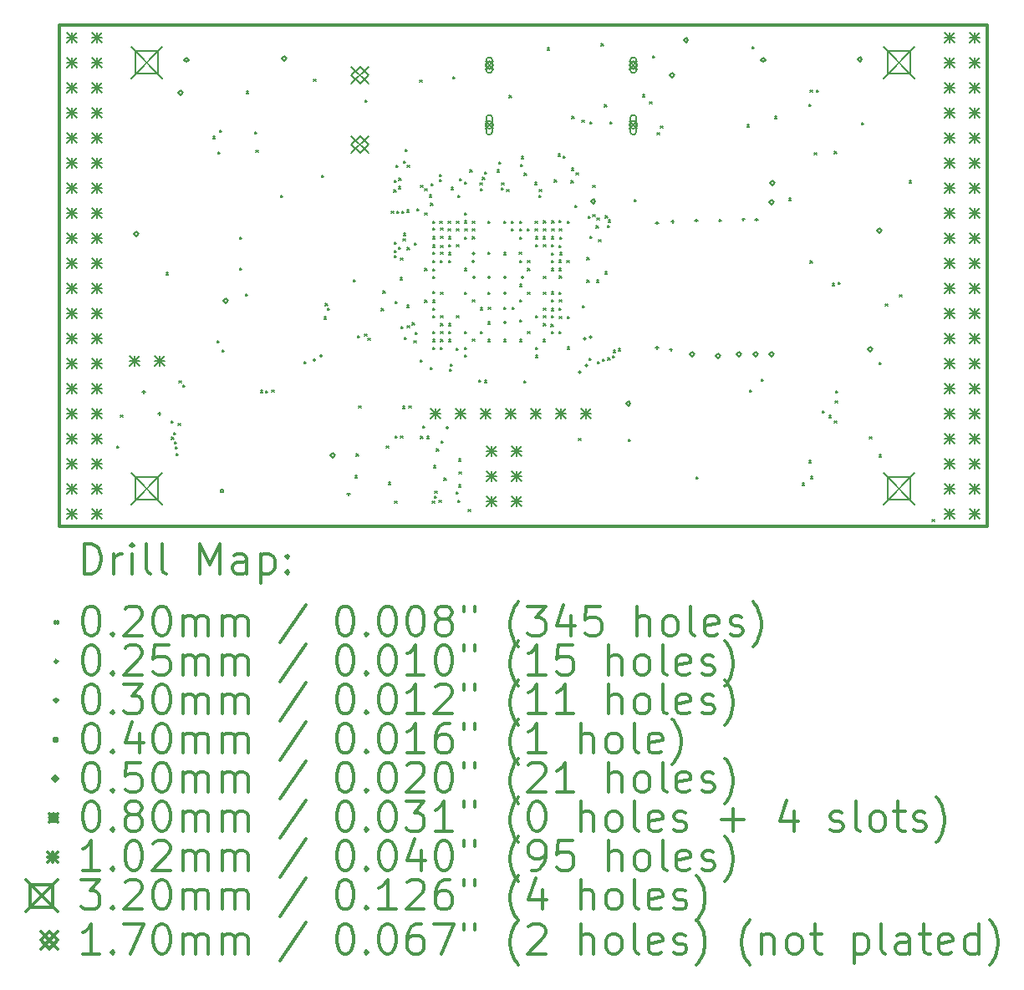
<source format=gbr>
%FSLAX45Y45*%
G04 Gerber Fmt 4.5, Leading zero omitted, Abs format (unit mm)*
G04 Created by KiCad (PCBNEW 4.0.7+dfsg1-1) date Wed Nov 15 00:35:12 2017*
%MOMM*%
%LPD*%
G01*
G04 APERTURE LIST*
%ADD10C,0.127000*%
%ADD11C,0.300000*%
%ADD12C,0.200000*%
G04 APERTURE END LIST*
D10*
D11*
X9410000Y-6142000D02*
X9410000Y-11222000D01*
X18808000Y-6142000D02*
X9410000Y-6142000D01*
X18808000Y-11222000D02*
X18808000Y-6142000D01*
X9410000Y-11222000D02*
X18808000Y-11222000D01*
D12*
X9998000Y-10410000D02*
X10018000Y-10430000D01*
X10018000Y-10410000D02*
X9998000Y-10430000D01*
X10035000Y-10094400D02*
X10055000Y-10114400D01*
X10055000Y-10094400D02*
X10035000Y-10114400D01*
X10493771Y-8653299D02*
X10513771Y-8673299D01*
X10513771Y-8653299D02*
X10493771Y-8673299D01*
X10547276Y-10156132D02*
X10567276Y-10176132D01*
X10567276Y-10156132D02*
X10547276Y-10176132D01*
X10552725Y-10321224D02*
X10572725Y-10341224D01*
X10572725Y-10321224D02*
X10552725Y-10341224D01*
X10571376Y-10271934D02*
X10591376Y-10291934D01*
X10591376Y-10271934D02*
X10571376Y-10291934D01*
X10579560Y-10366582D02*
X10599560Y-10386582D01*
X10599560Y-10366582D02*
X10579560Y-10386582D01*
X10589272Y-10418380D02*
X10609272Y-10438380D01*
X10609272Y-10418380D02*
X10589272Y-10438380D01*
X10598875Y-10487404D02*
X10618875Y-10507404D01*
X10618875Y-10487404D02*
X10598875Y-10507404D01*
X10618105Y-10179347D02*
X10638105Y-10199347D01*
X10638105Y-10179347D02*
X10618105Y-10199347D01*
X10626851Y-9751340D02*
X10646851Y-9771340D01*
X10646851Y-9751340D02*
X10626851Y-9771340D01*
X10664117Y-9793541D02*
X10684117Y-9813541D01*
X10684117Y-9793541D02*
X10664117Y-9813541D01*
X10972800Y-7273000D02*
X10992800Y-7293000D01*
X10992800Y-7273000D02*
X10972800Y-7293000D01*
X11014904Y-9343377D02*
X11034904Y-9363377D01*
X11034904Y-9343377D02*
X11014904Y-9363377D01*
X11021352Y-7428070D02*
X11041352Y-7448070D01*
X11041352Y-7428070D02*
X11021352Y-7448070D01*
X11038300Y-7211500D02*
X11058300Y-7231500D01*
X11058300Y-7211500D02*
X11038300Y-7231500D01*
X11061873Y-9435178D02*
X11081873Y-9455178D01*
X11081873Y-9435178D02*
X11061873Y-9455178D01*
X11241500Y-8291000D02*
X11261500Y-8311000D01*
X11261500Y-8291000D02*
X11241500Y-8311000D01*
X11241500Y-8608500D02*
X11261500Y-8628500D01*
X11261500Y-8608500D02*
X11241500Y-8628500D01*
X11298000Y-8870000D02*
X11318000Y-8890000D01*
X11318000Y-8870000D02*
X11298000Y-8890000D01*
X11311224Y-6814440D02*
X11331224Y-6834440D01*
X11331224Y-6814440D02*
X11311224Y-6834440D01*
X11393900Y-7224200D02*
X11413900Y-7244200D01*
X11413900Y-7224200D02*
X11393900Y-7244200D01*
X11406600Y-7414700D02*
X11426600Y-7434700D01*
X11426600Y-7414700D02*
X11406600Y-7434700D01*
X11450432Y-9847368D02*
X11470432Y-9867368D01*
X11470432Y-9847368D02*
X11450432Y-9867368D01*
X11504932Y-9852549D02*
X11524932Y-9872549D01*
X11524932Y-9852549D02*
X11504932Y-9872549D01*
X11565982Y-9840204D02*
X11585982Y-9860204D01*
X11585982Y-9840204D02*
X11565982Y-9860204D01*
X11655434Y-7867799D02*
X11675434Y-7887799D01*
X11675434Y-7867799D02*
X11655434Y-7887799D01*
X11890851Y-9556294D02*
X11910851Y-9576294D01*
X11910851Y-9556294D02*
X11890851Y-9576294D01*
X11990800Y-6690800D02*
X12010800Y-6710800D01*
X12010800Y-6690800D02*
X11990800Y-6710800D01*
X12073455Y-7667909D02*
X12093455Y-7687909D01*
X12093455Y-7667909D02*
X12073455Y-7687909D01*
X12094120Y-9102507D02*
X12114120Y-9122507D01*
X12114120Y-9102507D02*
X12094120Y-9122507D01*
X12110622Y-8966255D02*
X12130622Y-8986255D01*
X12130622Y-8966255D02*
X12110622Y-8986255D01*
X12130195Y-9015187D02*
X12150195Y-9035187D01*
X12150195Y-9015187D02*
X12130195Y-9035187D01*
X12392771Y-8724771D02*
X12412771Y-8744771D01*
X12412771Y-8724771D02*
X12392771Y-8744771D01*
X12392771Y-8724771D02*
X12412771Y-8744771D01*
X12412771Y-8724771D02*
X12392771Y-8744771D01*
X12410242Y-10710764D02*
X12430242Y-10730764D01*
X12430242Y-10710764D02*
X12410242Y-10730764D01*
X12422957Y-10489495D02*
X12442957Y-10509495D01*
X12442957Y-10489495D02*
X12422957Y-10509495D01*
X12435300Y-9294300D02*
X12455300Y-9314300D01*
X12455300Y-9294300D02*
X12435300Y-9314300D01*
X12448000Y-10005500D02*
X12468000Y-10025500D01*
X12468000Y-10005500D02*
X12448000Y-10025500D01*
X12506739Y-9274152D02*
X12526739Y-9294152D01*
X12526739Y-9274152D02*
X12506739Y-9294152D01*
X12509354Y-6905685D02*
X12529354Y-6925685D01*
X12529354Y-6905685D02*
X12509354Y-6925685D01*
X12539954Y-9315068D02*
X12559954Y-9335068D01*
X12559954Y-9315068D02*
X12539954Y-9335068D01*
X12678001Y-9017611D02*
X12698001Y-9037611D01*
X12698001Y-9017611D02*
X12678001Y-9037611D01*
X12694005Y-8838107D02*
X12714005Y-8858107D01*
X12714005Y-8838107D02*
X12694005Y-8858107D01*
X12728568Y-10410367D02*
X12748568Y-10430367D01*
X12748568Y-10410367D02*
X12728568Y-10430367D01*
X12748660Y-10777504D02*
X12768660Y-10797504D01*
X12768660Y-10777504D02*
X12748660Y-10797504D01*
X12778962Y-8030743D02*
X12798962Y-8050743D01*
X12798962Y-8030743D02*
X12778962Y-8050743D01*
X12802557Y-7813365D02*
X12822557Y-7833365D01*
X12822557Y-7813365D02*
X12802557Y-7833365D01*
X12805201Y-7715784D02*
X12825201Y-7735784D01*
X12825201Y-7715784D02*
X12805201Y-7735784D01*
X12806546Y-8342876D02*
X12826546Y-8362876D01*
X12826546Y-8342876D02*
X12806546Y-8362876D01*
X12808331Y-8428074D02*
X12828331Y-8448074D01*
X12828331Y-8428074D02*
X12808331Y-8448074D01*
X12810326Y-8480738D02*
X12830326Y-8500738D01*
X12830326Y-8480738D02*
X12810326Y-8500738D01*
X12811634Y-10966034D02*
X12831634Y-10986034D01*
X12831634Y-10966034D02*
X12811634Y-10986034D01*
X12815144Y-8946421D02*
X12835144Y-8966421D01*
X12835144Y-8946421D02*
X12815144Y-8966421D01*
X12818000Y-10310000D02*
X12838000Y-10330000D01*
X12838000Y-10310000D02*
X12818000Y-10330000D01*
X12823318Y-7566981D02*
X12843318Y-7586981D01*
X12843318Y-7566981D02*
X12823318Y-7586981D01*
X12831658Y-8029985D02*
X12851658Y-8049985D01*
X12851658Y-8029985D02*
X12831658Y-8049985D01*
X12849054Y-7779404D02*
X12869054Y-7799404D01*
X12869054Y-7779404D02*
X12849054Y-7799404D01*
X12851077Y-8397249D02*
X12871077Y-8417249D01*
X12871077Y-8397249D02*
X12851077Y-8417249D01*
X12854493Y-7695003D02*
X12874493Y-7715003D01*
X12874493Y-7695003D02*
X12854493Y-7715003D01*
X12867665Y-8703514D02*
X12887665Y-8723514D01*
X12887665Y-8703514D02*
X12867665Y-8723514D01*
X12870682Y-10308590D02*
X12890682Y-10328590D01*
X12890682Y-10308590D02*
X12870682Y-10328590D01*
X12872311Y-8505356D02*
X12892311Y-8525356D01*
X12892311Y-8505356D02*
X12872311Y-8525356D01*
X12877965Y-9201104D02*
X12897965Y-9221104D01*
X12897965Y-9201104D02*
X12877965Y-9221104D01*
X12884359Y-8029973D02*
X12904359Y-8049973D01*
X12904359Y-8029973D02*
X12884359Y-8049973D01*
X12890520Y-10007480D02*
X12910520Y-10027480D01*
X12910520Y-10007480D02*
X12890520Y-10027480D01*
X12895438Y-8307924D02*
X12915438Y-8327924D01*
X12915438Y-8307924D02*
X12895438Y-8327924D01*
X12900909Y-8255507D02*
X12920909Y-8275507D01*
X12920909Y-8255507D02*
X12900909Y-8275507D01*
X12902508Y-7521580D02*
X12922508Y-7541580D01*
X12922508Y-7521580D02*
X12902508Y-7541580D01*
X12909665Y-9310913D02*
X12929665Y-9330913D01*
X12929665Y-9310913D02*
X12909665Y-9330913D01*
X12915222Y-7404246D02*
X12935222Y-7424246D01*
X12935222Y-7404246D02*
X12915222Y-7424246D01*
X12934924Y-8982695D02*
X12954924Y-9002695D01*
X12954924Y-8982695D02*
X12934924Y-9002695D01*
X12935799Y-8018511D02*
X12955799Y-8038511D01*
X12955799Y-8018511D02*
X12935799Y-8038511D01*
X12937785Y-9190082D02*
X12957785Y-9210082D01*
X12957785Y-9190082D02*
X12937785Y-9210082D01*
X12938767Y-8397993D02*
X12958767Y-8417993D01*
X12958767Y-8397993D02*
X12938767Y-8417993D01*
X12939334Y-7563781D02*
X12959334Y-7583781D01*
X12959334Y-7563781D02*
X12939334Y-7583781D01*
X12956000Y-10005500D02*
X12976000Y-10025500D01*
X12976000Y-10005500D02*
X12956000Y-10025500D01*
X12988816Y-9162200D02*
X13008816Y-9182200D01*
X13008816Y-9162200D02*
X12988816Y-9182200D01*
X13007140Y-9344434D02*
X13027140Y-9364434D01*
X13027140Y-9344434D02*
X13007140Y-9364434D01*
X13010463Y-8349948D02*
X13030463Y-8369948D01*
X13030463Y-8349948D02*
X13010463Y-8369948D01*
X13020226Y-9260033D02*
X13040226Y-9280033D01*
X13040226Y-9260033D02*
X13020226Y-9280033D01*
X13038990Y-8006723D02*
X13058990Y-8026723D01*
X13058990Y-8006723D02*
X13038990Y-8026723D01*
X13066199Y-6701962D02*
X13086199Y-6721962D01*
X13086199Y-6701962D02*
X13066199Y-6721962D01*
X13070707Y-9535414D02*
X13090707Y-9555414D01*
X13090707Y-9535414D02*
X13070707Y-9555414D01*
X13073949Y-10310829D02*
X13093949Y-10330829D01*
X13093949Y-10310829D02*
X13073949Y-10330829D01*
X13075683Y-7768682D02*
X13095683Y-7788682D01*
X13095683Y-7768682D02*
X13075683Y-7788682D01*
X13093907Y-10208700D02*
X13113907Y-10228700D01*
X13113907Y-10208700D02*
X13093907Y-10228700D01*
X13115313Y-7803422D02*
X13135313Y-7823422D01*
X13135313Y-7803422D02*
X13115313Y-7823422D01*
X13117530Y-8049575D02*
X13137530Y-8069575D01*
X13137530Y-8049575D02*
X13117530Y-8069575D01*
X13117831Y-8611310D02*
X13137831Y-8631310D01*
X13137831Y-8611310D02*
X13117831Y-8631310D01*
X13117950Y-8930733D02*
X13137950Y-8950733D01*
X13137950Y-8930733D02*
X13117950Y-8950733D01*
X13135385Y-10310829D02*
X13155385Y-10330829D01*
X13155385Y-10310829D02*
X13135385Y-10330829D01*
X13160933Y-7864587D02*
X13180933Y-7884587D01*
X13180933Y-7864587D02*
X13160933Y-7884587D01*
X13170890Y-9612737D02*
X13190890Y-9632737D01*
X13190890Y-9612737D02*
X13170890Y-9632737D01*
X13174731Y-7948989D02*
X13194731Y-7968989D01*
X13194731Y-7948989D02*
X13174731Y-7968989D01*
X13182329Y-7748485D02*
X13202329Y-7768485D01*
X13202329Y-7748485D02*
X13182329Y-7768485D01*
X13192441Y-10966678D02*
X13212441Y-10986678D01*
X13212441Y-10966678D02*
X13192441Y-10986678D01*
X13196210Y-8443398D02*
X13216210Y-8463398D01*
X13216210Y-8443398D02*
X13196210Y-8463398D01*
X13197298Y-8527799D02*
X13217298Y-8547799D01*
X13217298Y-8527799D02*
X13197298Y-8547799D01*
X13197562Y-8931064D02*
X13217562Y-8951064D01*
X13217562Y-8931064D02*
X13197562Y-8951064D01*
X13197765Y-9087799D02*
X13217765Y-9107799D01*
X13217765Y-9087799D02*
X13197765Y-9107799D01*
X13197902Y-8288404D02*
X13217902Y-8308404D01*
X13217902Y-8288404D02*
X13197902Y-8308404D01*
X13198000Y-8130000D02*
X13218000Y-8150000D01*
X13218000Y-8130000D02*
X13198000Y-8150000D01*
X13198000Y-8690000D02*
X13218000Y-8710000D01*
X13218000Y-8690000D02*
X13198000Y-8710000D01*
X13198000Y-9250000D02*
X13218000Y-9270000D01*
X13218000Y-9250000D02*
X13198000Y-9270000D01*
X13198000Y-9330000D02*
X13218000Y-9350000D01*
X13218000Y-9330000D02*
X13198000Y-9350000D01*
X13198000Y-9410000D02*
X13218000Y-9430000D01*
X13218000Y-9410000D02*
X13198000Y-9430000D01*
X13198001Y-8200333D02*
X13218001Y-8220333D01*
X13218001Y-8200333D02*
X13198001Y-8220333D01*
X13198296Y-9011078D02*
X13218296Y-9031078D01*
X13218296Y-9011078D02*
X13198296Y-9031078D01*
X13198303Y-8616041D02*
X13218303Y-8636041D01*
X13218303Y-8616041D02*
X13198303Y-8636041D01*
X13198368Y-8372806D02*
X13218368Y-8392806D01*
X13218368Y-8372806D02*
X13198368Y-8392806D01*
X13198405Y-8845827D02*
X13218405Y-8865827D01*
X13218405Y-8845827D02*
X13198405Y-8865827D01*
X13206286Y-10608587D02*
X13226286Y-10628587D01*
X13226286Y-10608587D02*
X13206286Y-10628587D01*
X13211973Y-10917729D02*
X13231973Y-10937729D01*
X13231973Y-10917729D02*
X13211973Y-10937729D01*
X13218587Y-10865445D02*
X13238587Y-10885445D01*
X13238587Y-10865445D02*
X13218587Y-10885445D01*
X13236800Y-10440341D02*
X13256800Y-10460341D01*
X13256800Y-10440341D02*
X13236800Y-10460341D01*
X13260800Y-10958000D02*
X13280800Y-10978000D01*
X13280800Y-10958000D02*
X13260800Y-10978000D01*
X13263724Y-7657621D02*
X13283724Y-7677621D01*
X13283724Y-7657621D02*
X13263724Y-7677621D01*
X13266117Y-7710267D02*
X13286117Y-7730267D01*
X13286117Y-7710267D02*
X13266117Y-7730267D01*
X13268334Y-8130000D02*
X13288334Y-8150000D01*
X13288334Y-8130000D02*
X13268334Y-8150000D01*
X13273464Y-8527799D02*
X13293464Y-8547799D01*
X13293464Y-8527799D02*
X13273464Y-8547799D01*
X13274623Y-9409707D02*
X13294623Y-9429707D01*
X13294623Y-9409707D02*
X13274623Y-9429707D01*
X13276300Y-8202454D02*
X13296300Y-8222454D01*
X13296300Y-8202454D02*
X13276300Y-8222454D01*
X13277177Y-8443398D02*
X13297177Y-8463398D01*
X13297177Y-8443398D02*
X13277177Y-8463398D01*
X13277261Y-8286855D02*
X13297261Y-8306855D01*
X13297261Y-8286855D02*
X13277261Y-8306855D01*
X13278000Y-8850000D02*
X13298000Y-8870000D01*
X13298000Y-8850000D02*
X13278000Y-8870000D01*
X13278000Y-9090000D02*
X13298000Y-9110000D01*
X13298000Y-9090000D02*
X13278000Y-9110000D01*
X13278000Y-9170000D02*
X13298000Y-9190000D01*
X13298000Y-9170000D02*
X13278000Y-9190000D01*
X13278000Y-9250000D02*
X13298000Y-9270000D01*
X13298000Y-9250000D02*
X13278000Y-9270000D01*
X13278000Y-9330000D02*
X13298000Y-9350000D01*
X13298000Y-9330000D02*
X13278000Y-9350000D01*
X13278089Y-8379783D02*
X13298089Y-8399784D01*
X13298089Y-8379783D02*
X13278089Y-8399784D01*
X13283696Y-10361100D02*
X13303696Y-10381100D01*
X13303696Y-10361100D02*
X13283696Y-10381100D01*
X13311600Y-10736500D02*
X13331600Y-10756500D01*
X13331600Y-10736500D02*
X13311600Y-10756500D01*
X13352736Y-8131468D02*
X13372736Y-8151468D01*
X13372736Y-8131468D02*
X13352736Y-8151468D01*
X13354839Y-8209060D02*
X13374839Y-8229060D01*
X13374839Y-8209060D02*
X13354839Y-8229060D01*
X13357194Y-8449520D02*
X13377194Y-8469520D01*
X13377194Y-8449520D02*
X13357194Y-8469520D01*
X13358000Y-8290000D02*
X13378000Y-8310000D01*
X13378000Y-8290000D02*
X13358000Y-8310000D01*
X13358000Y-8370000D02*
X13378000Y-8390000D01*
X13378000Y-8370000D02*
X13358000Y-8390000D01*
X13358000Y-8530000D02*
X13378000Y-8550000D01*
X13378000Y-8530000D02*
X13358000Y-8550000D01*
X13358000Y-9170000D02*
X13378000Y-9190000D01*
X13378000Y-9170000D02*
X13358000Y-9190000D01*
X13358000Y-9250000D02*
X13378000Y-9270000D01*
X13378000Y-9250000D02*
X13358000Y-9270000D01*
X13358548Y-9330230D02*
X13378548Y-9350230D01*
X13378548Y-9330230D02*
X13358548Y-9350230D01*
X13366285Y-9629515D02*
X13386285Y-9649515D01*
X13386285Y-9629515D02*
X13366285Y-9649515D01*
X13375239Y-9577580D02*
X13395239Y-9597580D01*
X13395239Y-9577580D02*
X13375239Y-9597580D01*
X13384238Y-7788077D02*
X13404238Y-7808077D01*
X13404238Y-7788077D02*
X13384238Y-7808077D01*
X13397916Y-6668615D02*
X13417916Y-6688615D01*
X13417916Y-6668615D02*
X13397916Y-6688615D01*
X13435582Y-9416717D02*
X13455582Y-9436717D01*
X13455582Y-9416717D02*
X13435582Y-9436717D01*
X13436400Y-10874197D02*
X13456400Y-10894197D01*
X13456400Y-10874197D02*
X13436400Y-10894197D01*
X13437137Y-8130675D02*
X13457137Y-8150675D01*
X13457137Y-8130675D02*
X13437137Y-8150675D01*
X13437651Y-8208015D02*
X13457651Y-8228015D01*
X13457651Y-8208015D02*
X13437651Y-8228015D01*
X13438000Y-8370000D02*
X13458000Y-8390000D01*
X13458000Y-8370000D02*
X13438000Y-8390000D01*
X13438000Y-9090000D02*
X13458000Y-9110000D01*
X13458000Y-9090000D02*
X13438000Y-9110000D01*
X13451300Y-7871900D02*
X13471300Y-7891900D01*
X13471300Y-7871900D02*
X13451300Y-7891900D01*
X13453687Y-10961995D02*
X13473687Y-10981995D01*
X13473687Y-10961995D02*
X13453687Y-10981995D01*
X13457587Y-10803159D02*
X13477587Y-10823159D01*
X13477587Y-10803159D02*
X13457587Y-10823159D01*
X13460735Y-10540845D02*
X13480735Y-10560845D01*
X13480735Y-10540845D02*
X13460735Y-10560845D01*
X13465065Y-10671051D02*
X13485065Y-10691051D01*
X13485065Y-10671051D02*
X13465065Y-10691051D01*
X13465805Y-7703014D02*
X13485805Y-7723014D01*
X13485805Y-7703014D02*
X13465805Y-7723014D01*
X13517331Y-8851860D02*
X13537331Y-8871860D01*
X13537331Y-8851860D02*
X13517331Y-8871860D01*
X13518000Y-8292201D02*
X13538000Y-8312201D01*
X13538000Y-8292201D02*
X13518000Y-8312201D01*
X13518000Y-8610000D02*
X13538000Y-8630000D01*
X13538000Y-8610000D02*
X13518000Y-8630000D01*
X13518000Y-9250000D02*
X13538000Y-9270000D01*
X13538000Y-9250000D02*
X13518000Y-9270000D01*
X13518006Y-7736330D02*
X13538006Y-7756330D01*
X13538006Y-7736330D02*
X13518006Y-7756330D01*
X13518128Y-8048312D02*
X13538128Y-8068312D01*
X13538128Y-8048312D02*
X13518128Y-8068312D01*
X13518463Y-9488530D02*
X13538463Y-9508530D01*
X13538463Y-9488530D02*
X13518463Y-9508530D01*
X13518862Y-9412562D02*
X13538862Y-9432562D01*
X13538862Y-9412562D02*
X13518862Y-9432562D01*
X13521538Y-8129192D02*
X13541538Y-8149192D01*
X13541538Y-8129192D02*
X13521538Y-8149192D01*
X13522052Y-8209644D02*
X13542052Y-8229644D01*
X13542052Y-8209644D02*
X13522052Y-8229644D01*
X13555656Y-11051071D02*
X13575656Y-11071071D01*
X13575656Y-11051071D02*
X13555656Y-11071071D01*
X13573070Y-7610061D02*
X13593070Y-7630061D01*
X13593070Y-7610061D02*
X13573070Y-7630061D01*
X13598000Y-8210000D02*
X13618000Y-8230000D01*
X13618000Y-8210000D02*
X13598000Y-8230000D01*
X13598000Y-8290000D02*
X13618000Y-8310000D01*
X13618000Y-8290000D02*
X13598000Y-8310000D01*
X13598517Y-8929483D02*
X13618517Y-8949483D01*
X13618517Y-8929483D02*
X13598517Y-8949483D01*
X13599596Y-9326965D02*
X13619596Y-9346965D01*
X13619596Y-9326965D02*
X13599596Y-9346965D01*
X13599639Y-8129507D02*
X13619639Y-8149507D01*
X13619639Y-8129507D02*
X13599639Y-8149507D01*
X13664090Y-9741450D02*
X13684090Y-9761450D01*
X13684090Y-9741450D02*
X13664090Y-9761450D01*
X13675954Y-7745082D02*
X13695954Y-7765082D01*
X13695954Y-7745082D02*
X13675954Y-7765082D01*
X13678000Y-9250000D02*
X13698000Y-9270000D01*
X13698000Y-9250000D02*
X13678000Y-9270000D01*
X13678517Y-9009483D02*
X13698517Y-9029483D01*
X13698517Y-9009483D02*
X13678517Y-9029483D01*
X13682206Y-7799789D02*
X13702206Y-7819789D01*
X13702206Y-7799789D02*
X13682206Y-7819789D01*
X13700695Y-7687992D02*
X13720695Y-7707992D01*
X13720695Y-7687992D02*
X13700695Y-7707992D01*
X13719559Y-9743802D02*
X13739559Y-9763802D01*
X13739559Y-9743802D02*
X13719559Y-9763802D01*
X13720873Y-7631502D02*
X13740873Y-7651502D01*
X13740873Y-7631502D02*
X13720873Y-7651502D01*
X13755905Y-9153803D02*
X13775905Y-9173803D01*
X13775905Y-9153803D02*
X13755905Y-9173803D01*
X13758000Y-8130000D02*
X13778000Y-8150000D01*
X13778000Y-8130000D02*
X13758000Y-8150000D01*
X13758000Y-8850000D02*
X13778000Y-8870000D01*
X13778000Y-8850000D02*
X13758000Y-8870000D01*
X13758000Y-9330000D02*
X13778000Y-9350000D01*
X13778000Y-9330000D02*
X13758000Y-9350000D01*
X13758056Y-8443409D02*
X13778056Y-8463409D01*
X13778056Y-8443409D02*
X13758056Y-8463409D01*
X13758900Y-9002299D02*
X13778900Y-9022299D01*
X13778900Y-9002299D02*
X13758900Y-9022299D01*
X13848000Y-7610000D02*
X13868000Y-7630000D01*
X13868000Y-7610000D02*
X13848000Y-7630000D01*
X13867920Y-7530076D02*
X13887920Y-7550076D01*
X13887920Y-7530076D02*
X13867920Y-7550076D01*
X13893411Y-7794095D02*
X13913411Y-7814095D01*
X13913411Y-7794095D02*
X13893411Y-7814095D01*
X13894675Y-7741409D02*
X13914675Y-7761409D01*
X13914675Y-7741409D02*
X13894675Y-7761409D01*
X13917252Y-8451135D02*
X13937252Y-8471135D01*
X13937252Y-8451135D02*
X13917252Y-8471135D01*
X13918000Y-8130000D02*
X13938000Y-8150000D01*
X13938000Y-8130000D02*
X13918000Y-8150000D01*
X13918000Y-9002299D02*
X13938000Y-9022299D01*
X13938000Y-9002299D02*
X13918000Y-9022299D01*
X13918000Y-9330000D02*
X13938000Y-9350000D01*
X13938000Y-9330000D02*
X13918000Y-9350000D01*
X13947862Y-7810586D02*
X13967862Y-7830586D01*
X13967862Y-7810586D02*
X13947862Y-7830586D01*
X13972000Y-6856567D02*
X13992000Y-6876567D01*
X13992000Y-6856567D02*
X13972000Y-6876567D01*
X13993095Y-8210000D02*
X14013095Y-8230000D01*
X14013095Y-8210000D02*
X13993095Y-8230000D01*
X13993599Y-8130000D02*
X14013599Y-8150000D01*
X14013599Y-8130000D02*
X13993599Y-8150000D01*
X13999489Y-9002299D02*
X14019489Y-9022299D01*
X14019489Y-9002299D02*
X13999489Y-9022299D01*
X14073600Y-8443400D02*
X14093600Y-8463400D01*
X14093600Y-8443400D02*
X14073600Y-8463400D01*
X14076403Y-8294140D02*
X14096403Y-8314140D01*
X14096403Y-8294140D02*
X14076403Y-8314140D01*
X14077419Y-9133335D02*
X14097419Y-9153335D01*
X14097419Y-9133335D02*
X14077419Y-9153335D01*
X14077497Y-8207716D02*
X14097497Y-8227716D01*
X14097497Y-8207716D02*
X14077497Y-8227716D01*
X14078000Y-8130000D02*
X14098000Y-8150000D01*
X14098000Y-8130000D02*
X14078000Y-8150000D01*
X14078000Y-8530000D02*
X14098000Y-8550000D01*
X14098000Y-8530000D02*
X14078000Y-8550000D01*
X14078000Y-8770000D02*
X14098000Y-8790000D01*
X14098000Y-8770000D02*
X14078000Y-8790000D01*
X14078000Y-8930000D02*
X14098000Y-8950000D01*
X14098000Y-8930000D02*
X14078000Y-8950000D01*
X14078000Y-9330000D02*
X14098000Y-9350000D01*
X14098000Y-9330000D02*
X14078000Y-9350000D01*
X14088006Y-7558194D02*
X14108006Y-7578194D01*
X14108006Y-7558194D02*
X14088006Y-7578194D01*
X14094664Y-7477380D02*
X14114664Y-7497380D01*
X14114664Y-7477380D02*
X14094664Y-7497380D01*
X14118000Y-9750000D02*
X14138000Y-9770000D01*
X14138000Y-9750000D02*
X14118000Y-9770000D01*
X14124297Y-7645500D02*
X14144297Y-7665500D01*
X14144297Y-7645500D02*
X14124297Y-7665500D01*
X14156269Y-8210778D02*
X14176269Y-8230778D01*
X14176269Y-8210778D02*
X14156269Y-8230778D01*
X14158000Y-8530000D02*
X14178000Y-8550000D01*
X14178000Y-8530000D02*
X14158000Y-8550000D01*
X14158000Y-8610000D02*
X14178000Y-8630000D01*
X14178000Y-8610000D02*
X14158000Y-8630000D01*
X14158000Y-8850000D02*
X14178000Y-8870000D01*
X14178000Y-8850000D02*
X14158000Y-8870000D01*
X14158000Y-9250000D02*
X14178000Y-9270000D01*
X14178000Y-9250000D02*
X14158000Y-9270000D01*
X14227745Y-7739745D02*
X14247745Y-7759745D01*
X14247745Y-7739745D02*
X14227745Y-7759745D01*
X14233746Y-8208147D02*
X14253746Y-8228147D01*
X14253746Y-8208147D02*
X14233746Y-8228147D01*
X14235691Y-8130580D02*
X14255691Y-8150580D01*
X14255691Y-8130580D02*
X14235691Y-8150580D01*
X14237355Y-8289891D02*
X14257355Y-8309891D01*
X14257355Y-8289891D02*
X14237355Y-8309891D01*
X14238000Y-8370000D02*
X14258000Y-8390000D01*
X14258000Y-8370000D02*
X14238000Y-8390000D01*
X14238000Y-9090000D02*
X14258000Y-9110000D01*
X14258000Y-9090000D02*
X14238000Y-9110000D01*
X14238000Y-9410000D02*
X14258000Y-9430000D01*
X14258000Y-9410000D02*
X14238000Y-9430000D01*
X14238000Y-9490000D02*
X14258000Y-9510000D01*
X14258000Y-9490000D02*
X14238000Y-9510000D01*
X14274121Y-7868425D02*
X14294121Y-7888425D01*
X14294121Y-7868425D02*
X14274121Y-7888425D01*
X14276427Y-7811737D02*
X14296427Y-7831737D01*
X14296427Y-7811737D02*
X14276427Y-7831737D01*
X14315799Y-8290000D02*
X14335799Y-8310000D01*
X14335799Y-8290000D02*
X14315799Y-8310000D01*
X14316969Y-9331491D02*
X14336969Y-9351491D01*
X14336969Y-9331491D02*
X14316969Y-9351491D01*
X14317803Y-8849503D02*
X14337803Y-8869503D01*
X14337803Y-8849503D02*
X14317803Y-8869503D01*
X14318000Y-8370000D02*
X14338000Y-8390000D01*
X14338000Y-8370000D02*
X14318000Y-8390000D01*
X14318000Y-8690000D02*
X14338000Y-8710000D01*
X14338000Y-8690000D02*
X14318000Y-8710000D01*
X14318000Y-9090000D02*
X14338000Y-9110000D01*
X14338000Y-9090000D02*
X14318000Y-9110000D01*
X14318000Y-9170000D02*
X14338000Y-9190000D01*
X14338000Y-9170000D02*
X14318000Y-9190000D01*
X14318147Y-8210607D02*
X14338147Y-8230607D01*
X14338147Y-8210607D02*
X14318147Y-8230607D01*
X14318182Y-9010195D02*
X14338182Y-9030195D01*
X14338182Y-9010195D02*
X14318182Y-9030195D01*
X14320092Y-8127729D02*
X14340092Y-8147729D01*
X14340092Y-8127729D02*
X14320092Y-8147729D01*
X14355067Y-6376252D02*
X14375067Y-6396252D01*
X14375067Y-6376252D02*
X14355067Y-6396252D01*
X14396483Y-9177765D02*
X14416483Y-9197765D01*
X14416483Y-9177765D02*
X14396483Y-9197765D01*
X14397624Y-8929530D02*
X14417624Y-8949530D01*
X14417624Y-8929530D02*
X14397624Y-8949530D01*
X14397701Y-9016697D02*
X14417701Y-9036697D01*
X14417701Y-9016697D02*
X14397701Y-9036697D01*
X14398000Y-8610000D02*
X14418000Y-8630000D01*
X14418000Y-8610000D02*
X14398000Y-8630000D01*
X14398000Y-9090000D02*
X14418000Y-9110000D01*
X14418000Y-9090000D02*
X14398000Y-9110000D01*
X14398283Y-8848451D02*
X14418283Y-8868451D01*
X14418283Y-8848451D02*
X14398283Y-8868451D01*
X14400201Y-8290000D02*
X14420201Y-8310000D01*
X14420201Y-8290000D02*
X14400201Y-8310000D01*
X14400201Y-8529722D02*
X14420201Y-8549722D01*
X14420201Y-8529722D02*
X14400201Y-8549722D01*
X14400319Y-8367799D02*
X14420319Y-8387799D01*
X14420319Y-8367799D02*
X14400319Y-8387799D01*
X14400319Y-8452201D02*
X14420319Y-8472201D01*
X14420319Y-8452201D02*
X14400319Y-8472201D01*
X14401325Y-9248876D02*
X14421325Y-9268876D01*
X14421325Y-9248876D02*
X14401325Y-9268876D01*
X14402549Y-8208647D02*
X14422549Y-8228647D01*
X14422549Y-8208647D02*
X14402549Y-8228647D01*
X14404493Y-8128708D02*
X14424493Y-8148708D01*
X14424493Y-8128708D02*
X14404493Y-8148708D01*
X14429487Y-7711993D02*
X14449487Y-7731993D01*
X14449487Y-7711993D02*
X14429487Y-7731993D01*
X14468000Y-7449038D02*
X14488000Y-7469038D01*
X14488000Y-7449038D02*
X14468000Y-7469038D01*
X14476724Y-9012976D02*
X14496724Y-9032976D01*
X14496724Y-9012976D02*
X14476724Y-9032976D01*
X14476810Y-8527135D02*
X14496810Y-8547135D01*
X14496810Y-8527135D02*
X14476810Y-8547135D01*
X14477394Y-8376040D02*
X14497394Y-8396040D01*
X14497394Y-8376040D02*
X14477394Y-8396040D01*
X14477515Y-8611890D02*
X14497515Y-8631890D01*
X14497515Y-8611890D02*
X14477515Y-8631890D01*
X14477654Y-8122836D02*
X14497654Y-8142836D01*
X14497654Y-8122836D02*
X14477654Y-8142836D01*
X14477765Y-8852201D02*
X14497765Y-8872201D01*
X14497765Y-8852201D02*
X14477765Y-8872201D01*
X14478235Y-9247799D02*
X14498235Y-9267799D01*
X14498235Y-9247799D02*
X14478235Y-9267799D01*
X14478812Y-8207237D02*
X14498812Y-8227237D01*
X14498812Y-8207237D02*
X14478812Y-8227237D01*
X14479163Y-9097377D02*
X14499163Y-9117377D01*
X14499163Y-9097377D02*
X14479163Y-9117377D01*
X14479260Y-8928574D02*
X14499260Y-8948574D01*
X14499260Y-8928574D02*
X14479260Y-8948574D01*
X14479432Y-8687756D02*
X14499432Y-8707756D01*
X14499432Y-8687756D02*
X14479432Y-8707756D01*
X14481566Y-8449874D02*
X14501566Y-8469874D01*
X14501566Y-8449874D02*
X14481566Y-8469874D01*
X14481689Y-8291638D02*
X14501689Y-8311638D01*
X14501689Y-8291638D02*
X14481689Y-8311638D01*
X14515569Y-7471722D02*
X14535569Y-7491722D01*
X14535569Y-7471722D02*
X14515569Y-7491722D01*
X14557281Y-8529606D02*
X14577281Y-8549606D01*
X14577281Y-8529606D02*
X14557281Y-8549606D01*
X14558000Y-8130000D02*
X14578000Y-8150000D01*
X14578000Y-8130000D02*
X14558000Y-8150000D01*
X14558000Y-9407799D02*
X14578000Y-9427799D01*
X14578000Y-9407799D02*
X14558000Y-9427799D01*
X14559846Y-9097377D02*
X14579846Y-9117377D01*
X14579846Y-9097377D02*
X14559846Y-9117377D01*
X14598908Y-7720057D02*
X14618908Y-7740057D01*
X14618908Y-7720057D02*
X14598908Y-7740057D01*
X14603080Y-7596013D02*
X14623080Y-7616013D01*
X14623080Y-7596013D02*
X14603080Y-7616013D01*
X14608000Y-7070000D02*
X14628000Y-7090000D01*
X14628000Y-7070000D02*
X14608000Y-7090000D01*
X14638141Y-7971938D02*
X14658141Y-7991938D01*
X14658141Y-7971938D02*
X14638141Y-7991938D01*
X14647773Y-7640082D02*
X14667773Y-7660082D01*
X14667773Y-7640082D02*
X14647773Y-7660082D01*
X14674429Y-10335274D02*
X14694429Y-10355274D01*
X14694429Y-10335274D02*
X14674429Y-10355274D01*
X14708600Y-7110000D02*
X14728600Y-7130000D01*
X14728600Y-7110000D02*
X14708600Y-7130000D01*
X14710765Y-8987304D02*
X14730765Y-9007304D01*
X14730765Y-8987304D02*
X14710765Y-9007304D01*
X14758752Y-8499333D02*
X14778752Y-8519333D01*
X14778752Y-8499333D02*
X14758752Y-8519333D01*
X14759554Y-8727799D02*
X14779554Y-8747799D01*
X14779554Y-8727799D02*
X14759554Y-8747799D01*
X14770223Y-8081781D02*
X14790223Y-8101781D01*
X14790223Y-8081781D02*
X14770223Y-8101781D01*
X14782793Y-9522924D02*
X14802793Y-9542924D01*
X14802793Y-9522924D02*
X14782793Y-9542924D01*
X14788315Y-7124708D02*
X14808315Y-7144708D01*
X14808315Y-7124708D02*
X14788315Y-7144708D01*
X14790137Y-8285878D02*
X14810137Y-8305878D01*
X14810137Y-8285878D02*
X14790137Y-8305878D01*
X14817193Y-7767799D02*
X14837193Y-7787799D01*
X14837193Y-7767799D02*
X14817193Y-7787799D01*
X14819827Y-8063981D02*
X14839827Y-8083981D01*
X14839827Y-8063981D02*
X14819827Y-8083981D01*
X14851067Y-8180003D02*
X14871067Y-8200003D01*
X14871067Y-8180003D02*
X14851067Y-8200003D01*
X14858860Y-8727808D02*
X14878860Y-8747808D01*
X14878860Y-8727808D02*
X14858860Y-8747808D01*
X14861989Y-8095601D02*
X14881989Y-8115601D01*
X14881989Y-8095601D02*
X14861989Y-8115601D01*
X14864798Y-9556963D02*
X14884798Y-9576963D01*
X14884798Y-9556963D02*
X14864798Y-9576963D01*
X14877872Y-8316103D02*
X14897872Y-8336103D01*
X14897872Y-8316103D02*
X14877872Y-8336103D01*
X14903412Y-6332405D02*
X14923412Y-6352405D01*
X14923412Y-6332405D02*
X14903412Y-6352405D01*
X14918439Y-9527799D02*
X14938439Y-9547799D01*
X14938439Y-9527799D02*
X14918439Y-9547799D01*
X14937595Y-6951968D02*
X14957595Y-6971968D01*
X14957595Y-6951968D02*
X14937595Y-6971968D01*
X14942082Y-8643412D02*
X14962082Y-8663412D01*
X14962082Y-8643412D02*
X14942082Y-8663412D01*
X14944975Y-8076843D02*
X14964975Y-8096843D01*
X14964975Y-8076843D02*
X14944975Y-8096843D01*
X14967169Y-8172566D02*
X14987169Y-8192566D01*
X14987169Y-8172566D02*
X14967169Y-8192566D01*
X14969589Y-9515108D02*
X14989589Y-9535108D01*
X14989589Y-9515108D02*
X14969589Y-9535108D01*
X14974647Y-8120398D02*
X14994647Y-8140398D01*
X14994647Y-8120398D02*
X14974647Y-8140398D01*
X14993085Y-7123185D02*
X15013085Y-7143185D01*
X15013085Y-7123185D02*
X14993085Y-7143185D01*
X15017890Y-9494025D02*
X15037890Y-9514025D01*
X15037890Y-9494025D02*
X15017890Y-9514025D01*
X15024597Y-9441753D02*
X15044597Y-9461753D01*
X15044597Y-9441753D02*
X15024597Y-9461753D01*
X15078921Y-9423257D02*
X15098921Y-9443257D01*
X15098921Y-9423257D02*
X15078921Y-9443257D01*
X15179638Y-10341072D02*
X15199638Y-10361072D01*
X15199638Y-10341072D02*
X15179638Y-10361072D01*
X15239707Y-7909347D02*
X15259707Y-7929347D01*
X15259707Y-7909347D02*
X15239707Y-7929347D01*
X15319711Y-6850829D02*
X15339711Y-6870829D01*
X15339711Y-6850829D02*
X15319711Y-6870829D01*
X15395230Y-6920230D02*
X15415230Y-6940230D01*
X15415230Y-6920230D02*
X15395230Y-6940230D01*
X15422933Y-6454377D02*
X15442933Y-6474377D01*
X15442933Y-6454377D02*
X15422933Y-6474377D01*
X15469400Y-7232600D02*
X15489400Y-7252600D01*
X15489400Y-7232600D02*
X15469400Y-7252600D01*
X15504936Y-7166453D02*
X15524936Y-7186453D01*
X15524936Y-7166453D02*
X15504936Y-7186453D01*
X15861665Y-10722518D02*
X15881665Y-10742518D01*
X15881665Y-10722518D02*
X15861665Y-10742518D01*
X16380885Y-7155186D02*
X16400885Y-7175186D01*
X16400885Y-7155186D02*
X16380885Y-7175186D01*
X16404456Y-9841173D02*
X16424456Y-9861173D01*
X16424456Y-9841173D02*
X16404456Y-9861173D01*
X16433388Y-6363745D02*
X16453388Y-6383745D01*
X16453388Y-6363745D02*
X16433388Y-6383745D01*
X16524921Y-9732292D02*
X16544921Y-9752292D01*
X16544921Y-9732292D02*
X16524921Y-9752292D01*
X16657891Y-7070355D02*
X16677891Y-7090355D01*
X16677891Y-7070355D02*
X16657891Y-7090355D01*
X16806644Y-7900804D02*
X16826644Y-7920804D01*
X16826644Y-7900804D02*
X16806644Y-7920804D01*
X16940659Y-10785373D02*
X16960659Y-10805373D01*
X16960659Y-10785373D02*
X16940659Y-10805373D01*
X17005773Y-10556635D02*
X17025773Y-10576635D01*
X17025773Y-10556635D02*
X17005773Y-10576635D01*
X17008296Y-6947101D02*
X17028296Y-6967101D01*
X17028296Y-6947101D02*
X17008296Y-6967101D01*
X17020000Y-6805100D02*
X17040000Y-6825100D01*
X17040000Y-6805100D02*
X17020000Y-6825100D01*
X17020954Y-8534153D02*
X17040954Y-8554153D01*
X17040954Y-8534153D02*
X17020954Y-8554153D01*
X17026290Y-10718620D02*
X17046290Y-10738620D01*
X17046290Y-10718620D02*
X17026290Y-10738620D01*
X17063590Y-7436498D02*
X17083590Y-7456498D01*
X17083590Y-7436498D02*
X17063590Y-7456498D01*
X17085000Y-6802556D02*
X17105000Y-6822556D01*
X17105000Y-6802556D02*
X17085000Y-6822556D01*
X17144030Y-10054574D02*
X17164030Y-10074574D01*
X17164030Y-10054574D02*
X17144030Y-10074574D01*
X17209336Y-10100566D02*
X17229336Y-10120566D01*
X17229336Y-10100566D02*
X17209336Y-10120566D01*
X17246454Y-8762201D02*
X17266454Y-8782201D01*
X17266454Y-8762201D02*
X17246454Y-8782201D01*
X17264664Y-7424799D02*
X17284664Y-7444799D01*
X17284664Y-7424799D02*
X17264664Y-7444799D01*
X17266127Y-10155168D02*
X17286127Y-10175168D01*
X17286127Y-10155168D02*
X17266127Y-10175168D01*
X17273463Y-9949992D02*
X17293463Y-9969992D01*
X17293463Y-9949992D02*
X17273463Y-9969992D01*
X17277992Y-9851865D02*
X17297992Y-9871865D01*
X17297992Y-9851865D02*
X17277992Y-9871865D01*
X17303795Y-8749428D02*
X17323795Y-8769428D01*
X17323795Y-8749428D02*
X17303795Y-8769428D01*
X17539563Y-7135743D02*
X17559563Y-7155743D01*
X17559563Y-7135743D02*
X17539563Y-7155743D01*
X17620559Y-10317981D02*
X17640559Y-10337981D01*
X17640559Y-10317981D02*
X17620559Y-10337981D01*
X17717400Y-10497912D02*
X17737400Y-10517912D01*
X17737400Y-10497912D02*
X17717400Y-10517912D01*
X17718500Y-9561000D02*
X17738500Y-9581000D01*
X17738500Y-9561000D02*
X17718500Y-9581000D01*
X17782698Y-8971206D02*
X17802698Y-8991206D01*
X17802698Y-8971206D02*
X17782698Y-8991206D01*
X17925151Y-8876833D02*
X17945151Y-8896833D01*
X17945151Y-8876833D02*
X17925151Y-8896833D01*
X18024078Y-7721693D02*
X18044078Y-7741693D01*
X18044078Y-7721693D02*
X18024078Y-7741693D01*
X18257515Y-11153763D02*
X18277515Y-11173763D01*
X18277515Y-11153763D02*
X18257515Y-11173763D01*
X12010516Y-9541295D02*
G75*
G03X12010516Y-9541295I-12700J0D01*
G01*
X12076103Y-9497760D02*
G75*
G03X12076103Y-9497760I-12700J0D01*
G01*
X13357629Y-10223262D02*
G75*
G03X13357629Y-10223262I-12700J0D01*
G01*
X13620700Y-8460000D02*
G75*
G03X13620700Y-8460000I-12700J0D01*
G01*
X13620700Y-8540000D02*
G75*
G03X13620700Y-8540000I-12700J0D01*
G01*
X13623799Y-8699540D02*
G75*
G03X13623799Y-8699540I-12700J0D01*
G01*
X13780700Y-8700000D02*
G75*
G03X13780700Y-8700000I-12700J0D01*
G01*
X13939164Y-9161521D02*
G75*
G03X13939164Y-9161521I-12700J0D01*
G01*
X13940700Y-8700000D02*
G75*
G03X13940700Y-8700000I-12700J0D01*
G01*
X13940700Y-8860000D02*
G75*
G03X13940700Y-8860000I-12700J0D01*
G01*
X14116986Y-8699500D02*
G75*
G03X14116986Y-8699500I-12700J0D01*
G01*
X14698950Y-9661750D02*
G75*
G03X14698950Y-9661750I-12700J0D01*
G01*
X14748267Y-9321929D02*
G75*
G03X14748267Y-9321929I-12700J0D01*
G01*
X14766147Y-9591326D02*
G75*
G03X14766147Y-9591326I-12700J0D01*
G01*
X14804230Y-9306313D02*
G75*
G03X14804230Y-9306313I-12700J0D01*
G01*
X10271005Y-9844495D02*
X10271005Y-9874495D01*
X10256005Y-9859495D02*
X10286005Y-9859495D01*
X10426000Y-10064000D02*
X10426000Y-10094000D01*
X10411000Y-10079000D02*
X10441000Y-10079000D01*
X12343700Y-10882200D02*
X12343700Y-10912200D01*
X12328700Y-10897200D02*
X12358700Y-10897200D01*
X15465753Y-8131365D02*
X15465753Y-8161365D01*
X15450753Y-8146365D02*
X15480753Y-8146365D01*
X15468314Y-9396584D02*
X15468314Y-9426584D01*
X15453314Y-9411584D02*
X15483314Y-9411584D01*
X15607711Y-9417696D02*
X15607711Y-9447696D01*
X15592711Y-9432696D02*
X15622711Y-9432696D01*
X15626277Y-8119937D02*
X15626277Y-8149937D01*
X15611277Y-8134937D02*
X15641277Y-8134937D01*
X15868000Y-8106084D02*
X15868000Y-8136084D01*
X15853000Y-8121084D02*
X15883000Y-8121084D01*
X16106799Y-8106612D02*
X16106799Y-8136612D01*
X16091799Y-8121612D02*
X16121799Y-8121612D01*
X16342203Y-8097066D02*
X16342203Y-8127066D01*
X16327203Y-8112066D02*
X16357203Y-8112066D01*
X16474183Y-8098057D02*
X16474183Y-8128057D01*
X16459183Y-8113057D02*
X16489183Y-8113057D01*
X11073534Y-10877788D02*
X11073534Y-10849504D01*
X11045249Y-10849504D01*
X11045249Y-10877788D01*
X11073534Y-10877788D01*
X10193207Y-8283505D02*
X10218207Y-8258505D01*
X10193207Y-8233505D01*
X10168207Y-8258505D01*
X10193207Y-8283505D01*
X10641780Y-6856248D02*
X10666780Y-6831248D01*
X10641780Y-6806248D01*
X10616780Y-6831248D01*
X10641780Y-6856248D01*
X10697481Y-6520397D02*
X10722481Y-6495397D01*
X10697481Y-6470397D01*
X10672481Y-6495397D01*
X10697481Y-6520397D01*
X11099100Y-8961000D02*
X11124100Y-8936000D01*
X11099100Y-8911000D01*
X11074100Y-8936000D01*
X11099100Y-8961000D01*
X11688050Y-6505294D02*
X11713050Y-6480294D01*
X11688050Y-6455294D01*
X11663050Y-6480294D01*
X11688050Y-6505294D01*
X12186187Y-10528017D02*
X12211187Y-10503017D01*
X12186187Y-10478017D01*
X12161187Y-10503017D01*
X12186187Y-10528017D01*
X14820245Y-7952879D02*
X14845245Y-7927879D01*
X14820245Y-7902879D01*
X14795245Y-7927879D01*
X14820245Y-7952879D01*
X15175800Y-10002400D02*
X15200800Y-9977400D01*
X15175800Y-9952400D01*
X15150800Y-9977400D01*
X15175800Y-10002400D01*
X15623558Y-6679836D02*
X15648558Y-6654836D01*
X15623558Y-6629836D01*
X15598558Y-6654836D01*
X15623558Y-6679836D01*
X15760000Y-6319400D02*
X15785000Y-6294400D01*
X15760000Y-6269400D01*
X15735000Y-6294400D01*
X15760000Y-6319400D01*
X15823369Y-9501098D02*
X15848369Y-9476098D01*
X15823369Y-9451098D01*
X15798369Y-9476098D01*
X15823369Y-9501098D01*
X16088471Y-9524450D02*
X16113471Y-9499450D01*
X16088471Y-9474450D01*
X16063471Y-9499450D01*
X16088471Y-9524450D01*
X16299275Y-9507019D02*
X16324275Y-9482019D01*
X16299275Y-9457019D01*
X16274275Y-9482019D01*
X16299275Y-9507019D01*
X16465377Y-9507555D02*
X16490377Y-9482555D01*
X16465377Y-9457555D01*
X16440377Y-9482555D01*
X16465377Y-9507555D01*
X16541725Y-6520467D02*
X16566725Y-6495467D01*
X16541725Y-6470467D01*
X16516725Y-6495467D01*
X16541725Y-6520467D01*
X16624896Y-7965803D02*
X16649896Y-7940803D01*
X16624896Y-7915803D01*
X16599896Y-7940803D01*
X16624896Y-7965803D01*
X16628000Y-9505000D02*
X16653000Y-9480000D01*
X16628000Y-9455000D01*
X16603000Y-9480000D01*
X16628000Y-9505000D01*
X16634336Y-7772799D02*
X16659336Y-7747799D01*
X16634336Y-7722799D01*
X16609336Y-7747799D01*
X16634336Y-7772799D01*
X17521033Y-6519894D02*
X17546033Y-6494894D01*
X17521033Y-6469894D01*
X17496033Y-6494894D01*
X17521033Y-6519894D01*
X17625494Y-9453846D02*
X17650494Y-9428846D01*
X17625494Y-9403846D01*
X17600494Y-9428846D01*
X17625494Y-9453846D01*
X17722991Y-8253135D02*
X17747991Y-8228135D01*
X17722991Y-8203135D01*
X17697991Y-8228135D01*
X17722991Y-8253135D01*
X13728000Y-6510000D02*
X13808000Y-6590000D01*
X13808000Y-6510000D02*
X13728000Y-6590000D01*
X13808000Y-6550000D02*
G75*
G03X13808000Y-6550000I-40000J0D01*
G01*
X13738000Y-6500000D02*
X13738000Y-6600000D01*
X13798000Y-6500000D02*
X13798000Y-6600000D01*
X13738000Y-6600000D02*
G75*
G03X13798000Y-6600000I30000J0D01*
G01*
X13798000Y-6500000D02*
G75*
G03X13738000Y-6500000I-30000J0D01*
G01*
X13728000Y-7115000D02*
X13808000Y-7195000D01*
X13808000Y-7115000D02*
X13728000Y-7195000D01*
X13808000Y-7155000D02*
G75*
G03X13808000Y-7155000I-40000J0D01*
G01*
X13738000Y-7085000D02*
X13738000Y-7225000D01*
X13798000Y-7085000D02*
X13798000Y-7225000D01*
X13738000Y-7225000D02*
G75*
G03X13798000Y-7225000I30000J0D01*
G01*
X13798000Y-7085000D02*
G75*
G03X13738000Y-7085000I-30000J0D01*
G01*
X15188000Y-6510000D02*
X15268000Y-6590000D01*
X15268000Y-6510000D02*
X15188000Y-6590000D01*
X15268000Y-6550000D02*
G75*
G03X15268000Y-6550000I-40000J0D01*
G01*
X15198000Y-6500000D02*
X15198000Y-6600000D01*
X15258000Y-6500000D02*
X15258000Y-6600000D01*
X15198000Y-6600000D02*
G75*
G03X15258000Y-6600000I30000J0D01*
G01*
X15258000Y-6500000D02*
G75*
G03X15198000Y-6500000I-30000J0D01*
G01*
X15188000Y-7115000D02*
X15268000Y-7195000D01*
X15268000Y-7115000D02*
X15188000Y-7195000D01*
X15268000Y-7155000D02*
G75*
G03X15268000Y-7155000I-40000J0D01*
G01*
X15198000Y-7085000D02*
X15198000Y-7225000D01*
X15258000Y-7085000D02*
X15258000Y-7225000D01*
X15198000Y-7225000D02*
G75*
G03X15258000Y-7225000I30000J0D01*
G01*
X15258000Y-7085000D02*
G75*
G03X15198000Y-7085000I-30000J0D01*
G01*
X9486200Y-6218200D02*
X9587800Y-6319800D01*
X9587800Y-6218200D02*
X9486200Y-6319800D01*
X9537000Y-6218200D02*
X9537000Y-6319800D01*
X9486200Y-6269000D02*
X9587800Y-6269000D01*
X9486200Y-6472200D02*
X9587800Y-6573800D01*
X9587800Y-6472200D02*
X9486200Y-6573800D01*
X9537000Y-6472200D02*
X9537000Y-6573800D01*
X9486200Y-6523000D02*
X9587800Y-6523000D01*
X9486200Y-6726200D02*
X9587800Y-6827800D01*
X9587800Y-6726200D02*
X9486200Y-6827800D01*
X9537000Y-6726200D02*
X9537000Y-6827800D01*
X9486200Y-6777000D02*
X9587800Y-6777000D01*
X9486200Y-6980200D02*
X9587800Y-7081800D01*
X9587800Y-6980200D02*
X9486200Y-7081800D01*
X9537000Y-6980200D02*
X9537000Y-7081800D01*
X9486200Y-7031000D02*
X9587800Y-7031000D01*
X9486200Y-7234200D02*
X9587800Y-7335800D01*
X9587800Y-7234200D02*
X9486200Y-7335800D01*
X9537000Y-7234200D02*
X9537000Y-7335800D01*
X9486200Y-7285000D02*
X9587800Y-7285000D01*
X9486200Y-7488200D02*
X9587800Y-7589800D01*
X9587800Y-7488200D02*
X9486200Y-7589800D01*
X9537000Y-7488200D02*
X9537000Y-7589800D01*
X9486200Y-7539000D02*
X9587800Y-7539000D01*
X9486200Y-7742200D02*
X9587800Y-7843800D01*
X9587800Y-7742200D02*
X9486200Y-7843800D01*
X9537000Y-7742200D02*
X9537000Y-7843800D01*
X9486200Y-7793000D02*
X9587800Y-7793000D01*
X9486200Y-7996200D02*
X9587800Y-8097800D01*
X9587800Y-7996200D02*
X9486200Y-8097800D01*
X9537000Y-7996200D02*
X9537000Y-8097800D01*
X9486200Y-8047000D02*
X9587800Y-8047000D01*
X9486200Y-8250200D02*
X9587800Y-8351800D01*
X9587800Y-8250200D02*
X9486200Y-8351800D01*
X9537000Y-8250200D02*
X9537000Y-8351800D01*
X9486200Y-8301000D02*
X9587800Y-8301000D01*
X9486200Y-8504200D02*
X9587800Y-8605800D01*
X9587800Y-8504200D02*
X9486200Y-8605800D01*
X9537000Y-8504200D02*
X9537000Y-8605800D01*
X9486200Y-8555000D02*
X9587800Y-8555000D01*
X9486200Y-8758200D02*
X9587800Y-8859800D01*
X9587800Y-8758200D02*
X9486200Y-8859800D01*
X9537000Y-8758200D02*
X9537000Y-8859800D01*
X9486200Y-8809000D02*
X9587800Y-8809000D01*
X9486200Y-9012200D02*
X9587800Y-9113800D01*
X9587800Y-9012200D02*
X9486200Y-9113800D01*
X9537000Y-9012200D02*
X9537000Y-9113800D01*
X9486200Y-9063000D02*
X9587800Y-9063000D01*
X9486200Y-9266200D02*
X9587800Y-9367800D01*
X9587800Y-9266200D02*
X9486200Y-9367800D01*
X9537000Y-9266200D02*
X9537000Y-9367800D01*
X9486200Y-9317000D02*
X9587800Y-9317000D01*
X9486200Y-9520200D02*
X9587800Y-9621800D01*
X9587800Y-9520200D02*
X9486200Y-9621800D01*
X9537000Y-9520200D02*
X9537000Y-9621800D01*
X9486200Y-9571000D02*
X9587800Y-9571000D01*
X9486200Y-9774200D02*
X9587800Y-9875800D01*
X9587800Y-9774200D02*
X9486200Y-9875800D01*
X9537000Y-9774200D02*
X9537000Y-9875800D01*
X9486200Y-9825000D02*
X9587800Y-9825000D01*
X9486200Y-10028200D02*
X9587800Y-10129800D01*
X9587800Y-10028200D02*
X9486200Y-10129800D01*
X9537000Y-10028200D02*
X9537000Y-10129800D01*
X9486200Y-10079000D02*
X9587800Y-10079000D01*
X9486200Y-10282200D02*
X9587800Y-10383800D01*
X9587800Y-10282200D02*
X9486200Y-10383800D01*
X9537000Y-10282200D02*
X9537000Y-10383800D01*
X9486200Y-10333000D02*
X9587800Y-10333000D01*
X9486200Y-10536200D02*
X9587800Y-10637800D01*
X9587800Y-10536200D02*
X9486200Y-10637800D01*
X9537000Y-10536200D02*
X9537000Y-10637800D01*
X9486200Y-10587000D02*
X9587800Y-10587000D01*
X9486200Y-10790200D02*
X9587800Y-10891800D01*
X9587800Y-10790200D02*
X9486200Y-10891800D01*
X9537000Y-10790200D02*
X9537000Y-10891800D01*
X9486200Y-10841000D02*
X9587800Y-10841000D01*
X9486200Y-11044200D02*
X9587800Y-11145800D01*
X9587800Y-11044200D02*
X9486200Y-11145800D01*
X9537000Y-11044200D02*
X9537000Y-11145800D01*
X9486200Y-11095000D02*
X9587800Y-11095000D01*
X9740200Y-6218200D02*
X9841800Y-6319800D01*
X9841800Y-6218200D02*
X9740200Y-6319800D01*
X9791000Y-6218200D02*
X9791000Y-6319800D01*
X9740200Y-6269000D02*
X9841800Y-6269000D01*
X9740200Y-6472200D02*
X9841800Y-6573800D01*
X9841800Y-6472200D02*
X9740200Y-6573800D01*
X9791000Y-6472200D02*
X9791000Y-6573800D01*
X9740200Y-6523000D02*
X9841800Y-6523000D01*
X9740200Y-6726200D02*
X9841800Y-6827800D01*
X9841800Y-6726200D02*
X9740200Y-6827800D01*
X9791000Y-6726200D02*
X9791000Y-6827800D01*
X9740200Y-6777000D02*
X9841800Y-6777000D01*
X9740200Y-6980200D02*
X9841800Y-7081800D01*
X9841800Y-6980200D02*
X9740200Y-7081800D01*
X9791000Y-6980200D02*
X9791000Y-7081800D01*
X9740200Y-7031000D02*
X9841800Y-7031000D01*
X9740200Y-7234200D02*
X9841800Y-7335800D01*
X9841800Y-7234200D02*
X9740200Y-7335800D01*
X9791000Y-7234200D02*
X9791000Y-7335800D01*
X9740200Y-7285000D02*
X9841800Y-7285000D01*
X9740200Y-7488200D02*
X9841800Y-7589800D01*
X9841800Y-7488200D02*
X9740200Y-7589800D01*
X9791000Y-7488200D02*
X9791000Y-7589800D01*
X9740200Y-7539000D02*
X9841800Y-7539000D01*
X9740200Y-7742200D02*
X9841800Y-7843800D01*
X9841800Y-7742200D02*
X9740200Y-7843800D01*
X9791000Y-7742200D02*
X9791000Y-7843800D01*
X9740200Y-7793000D02*
X9841800Y-7793000D01*
X9740200Y-7996200D02*
X9841800Y-8097800D01*
X9841800Y-7996200D02*
X9740200Y-8097800D01*
X9791000Y-7996200D02*
X9791000Y-8097800D01*
X9740200Y-8047000D02*
X9841800Y-8047000D01*
X9740200Y-8250200D02*
X9841800Y-8351800D01*
X9841800Y-8250200D02*
X9740200Y-8351800D01*
X9791000Y-8250200D02*
X9791000Y-8351800D01*
X9740200Y-8301000D02*
X9841800Y-8301000D01*
X9740200Y-8504200D02*
X9841800Y-8605800D01*
X9841800Y-8504200D02*
X9740200Y-8605800D01*
X9791000Y-8504200D02*
X9791000Y-8605800D01*
X9740200Y-8555000D02*
X9841800Y-8555000D01*
X9740200Y-8758200D02*
X9841800Y-8859800D01*
X9841800Y-8758200D02*
X9740200Y-8859800D01*
X9791000Y-8758200D02*
X9791000Y-8859800D01*
X9740200Y-8809000D02*
X9841800Y-8809000D01*
X9740200Y-9012200D02*
X9841800Y-9113800D01*
X9841800Y-9012200D02*
X9740200Y-9113800D01*
X9791000Y-9012200D02*
X9791000Y-9113800D01*
X9740200Y-9063000D02*
X9841800Y-9063000D01*
X9740200Y-9266200D02*
X9841800Y-9367800D01*
X9841800Y-9266200D02*
X9740200Y-9367800D01*
X9791000Y-9266200D02*
X9791000Y-9367800D01*
X9740200Y-9317000D02*
X9841800Y-9317000D01*
X9740200Y-9520200D02*
X9841800Y-9621800D01*
X9841800Y-9520200D02*
X9740200Y-9621800D01*
X9791000Y-9520200D02*
X9791000Y-9621800D01*
X9740200Y-9571000D02*
X9841800Y-9571000D01*
X9740200Y-9774200D02*
X9841800Y-9875800D01*
X9841800Y-9774200D02*
X9740200Y-9875800D01*
X9791000Y-9774200D02*
X9791000Y-9875800D01*
X9740200Y-9825000D02*
X9841800Y-9825000D01*
X9740200Y-10028200D02*
X9841800Y-10129800D01*
X9841800Y-10028200D02*
X9740200Y-10129800D01*
X9791000Y-10028200D02*
X9791000Y-10129800D01*
X9740200Y-10079000D02*
X9841800Y-10079000D01*
X9740200Y-10282200D02*
X9841800Y-10383800D01*
X9841800Y-10282200D02*
X9740200Y-10383800D01*
X9791000Y-10282200D02*
X9791000Y-10383800D01*
X9740200Y-10333000D02*
X9841800Y-10333000D01*
X9740200Y-10536200D02*
X9841800Y-10637800D01*
X9841800Y-10536200D02*
X9740200Y-10637800D01*
X9791000Y-10536200D02*
X9791000Y-10637800D01*
X9740200Y-10587000D02*
X9841800Y-10587000D01*
X9740200Y-10790200D02*
X9841800Y-10891800D01*
X9841800Y-10790200D02*
X9740200Y-10891800D01*
X9791000Y-10790200D02*
X9791000Y-10891800D01*
X9740200Y-10841000D02*
X9841800Y-10841000D01*
X9740200Y-11044200D02*
X9841800Y-11145800D01*
X9841800Y-11044200D02*
X9740200Y-11145800D01*
X9791000Y-11044200D02*
X9791000Y-11145800D01*
X9740200Y-11095000D02*
X9841800Y-11095000D01*
X10121200Y-9494800D02*
X10222800Y-9596400D01*
X10222800Y-9494800D02*
X10121200Y-9596400D01*
X10172000Y-9494800D02*
X10172000Y-9596400D01*
X10121200Y-9545600D02*
X10222800Y-9545600D01*
X10375200Y-9494800D02*
X10476800Y-9596400D01*
X10476800Y-9494800D02*
X10375200Y-9596400D01*
X10426000Y-9494800D02*
X10426000Y-9596400D01*
X10375200Y-9545600D02*
X10476800Y-9545600D01*
X13169200Y-10028200D02*
X13270800Y-10129800D01*
X13270800Y-10028200D02*
X13169200Y-10129800D01*
X13220000Y-10028200D02*
X13220000Y-10129800D01*
X13169200Y-10079000D02*
X13270800Y-10079000D01*
X13423200Y-10028200D02*
X13524800Y-10129800D01*
X13524800Y-10028200D02*
X13423200Y-10129800D01*
X13474000Y-10028200D02*
X13474000Y-10129800D01*
X13423200Y-10079000D02*
X13524800Y-10079000D01*
X13677200Y-10028200D02*
X13778800Y-10129800D01*
X13778800Y-10028200D02*
X13677200Y-10129800D01*
X13728000Y-10028200D02*
X13728000Y-10129800D01*
X13677200Y-10079000D02*
X13778800Y-10079000D01*
X13740700Y-10409200D02*
X13842300Y-10510800D01*
X13842300Y-10409200D02*
X13740700Y-10510800D01*
X13791500Y-10409200D02*
X13791500Y-10510800D01*
X13740700Y-10460000D02*
X13842300Y-10460000D01*
X13740700Y-10663200D02*
X13842300Y-10764800D01*
X13842300Y-10663200D02*
X13740700Y-10764800D01*
X13791500Y-10663200D02*
X13791500Y-10764800D01*
X13740700Y-10714000D02*
X13842300Y-10714000D01*
X13740700Y-10917200D02*
X13842300Y-11018800D01*
X13842300Y-10917200D02*
X13740700Y-11018800D01*
X13791500Y-10917200D02*
X13791500Y-11018800D01*
X13740700Y-10968000D02*
X13842300Y-10968000D01*
X13931200Y-10028200D02*
X14032800Y-10129800D01*
X14032800Y-10028200D02*
X13931200Y-10129800D01*
X13982000Y-10028200D02*
X13982000Y-10129800D01*
X13931200Y-10079000D02*
X14032800Y-10079000D01*
X13994700Y-10409200D02*
X14096300Y-10510800D01*
X14096300Y-10409200D02*
X13994700Y-10510800D01*
X14045500Y-10409200D02*
X14045500Y-10510800D01*
X13994700Y-10460000D02*
X14096300Y-10460000D01*
X13994700Y-10663200D02*
X14096300Y-10764800D01*
X14096300Y-10663200D02*
X13994700Y-10764800D01*
X14045500Y-10663200D02*
X14045500Y-10764800D01*
X13994700Y-10714000D02*
X14096300Y-10714000D01*
X13994700Y-10917200D02*
X14096300Y-11018800D01*
X14096300Y-10917200D02*
X13994700Y-11018800D01*
X14045500Y-10917200D02*
X14045500Y-11018800D01*
X13994700Y-10968000D02*
X14096300Y-10968000D01*
X14185200Y-10028200D02*
X14286800Y-10129800D01*
X14286800Y-10028200D02*
X14185200Y-10129800D01*
X14236000Y-10028200D02*
X14236000Y-10129800D01*
X14185200Y-10079000D02*
X14286800Y-10079000D01*
X14439200Y-10028200D02*
X14540800Y-10129800D01*
X14540800Y-10028200D02*
X14439200Y-10129800D01*
X14490000Y-10028200D02*
X14490000Y-10129800D01*
X14439200Y-10079000D02*
X14540800Y-10079000D01*
X14693200Y-10028200D02*
X14794800Y-10129800D01*
X14794800Y-10028200D02*
X14693200Y-10129800D01*
X14744000Y-10028200D02*
X14744000Y-10129800D01*
X14693200Y-10079000D02*
X14794800Y-10079000D01*
X18376200Y-6218200D02*
X18477800Y-6319800D01*
X18477800Y-6218200D02*
X18376200Y-6319800D01*
X18427000Y-6218200D02*
X18427000Y-6319800D01*
X18376200Y-6269000D02*
X18477800Y-6269000D01*
X18376200Y-6472200D02*
X18477800Y-6573800D01*
X18477800Y-6472200D02*
X18376200Y-6573800D01*
X18427000Y-6472200D02*
X18427000Y-6573800D01*
X18376200Y-6523000D02*
X18477800Y-6523000D01*
X18376200Y-6726200D02*
X18477800Y-6827800D01*
X18477800Y-6726200D02*
X18376200Y-6827800D01*
X18427000Y-6726200D02*
X18427000Y-6827800D01*
X18376200Y-6777000D02*
X18477800Y-6777000D01*
X18376200Y-6980200D02*
X18477800Y-7081800D01*
X18477800Y-6980200D02*
X18376200Y-7081800D01*
X18427000Y-6980200D02*
X18427000Y-7081800D01*
X18376200Y-7031000D02*
X18477800Y-7031000D01*
X18376200Y-7234200D02*
X18477800Y-7335800D01*
X18477800Y-7234200D02*
X18376200Y-7335800D01*
X18427000Y-7234200D02*
X18427000Y-7335800D01*
X18376200Y-7285000D02*
X18477800Y-7285000D01*
X18376200Y-7488200D02*
X18477800Y-7589800D01*
X18477800Y-7488200D02*
X18376200Y-7589800D01*
X18427000Y-7488200D02*
X18427000Y-7589800D01*
X18376200Y-7539000D02*
X18477800Y-7539000D01*
X18376200Y-7742200D02*
X18477800Y-7843800D01*
X18477800Y-7742200D02*
X18376200Y-7843800D01*
X18427000Y-7742200D02*
X18427000Y-7843800D01*
X18376200Y-7793000D02*
X18477800Y-7793000D01*
X18376200Y-7996200D02*
X18477800Y-8097800D01*
X18477800Y-7996200D02*
X18376200Y-8097800D01*
X18427000Y-7996200D02*
X18427000Y-8097800D01*
X18376200Y-8047000D02*
X18477800Y-8047000D01*
X18376200Y-8250200D02*
X18477800Y-8351800D01*
X18477800Y-8250200D02*
X18376200Y-8351800D01*
X18427000Y-8250200D02*
X18427000Y-8351800D01*
X18376200Y-8301000D02*
X18477800Y-8301000D01*
X18376200Y-8504200D02*
X18477800Y-8605800D01*
X18477800Y-8504200D02*
X18376200Y-8605800D01*
X18427000Y-8504200D02*
X18427000Y-8605800D01*
X18376200Y-8555000D02*
X18477800Y-8555000D01*
X18376200Y-8758200D02*
X18477800Y-8859800D01*
X18477800Y-8758200D02*
X18376200Y-8859800D01*
X18427000Y-8758200D02*
X18427000Y-8859800D01*
X18376200Y-8809000D02*
X18477800Y-8809000D01*
X18376200Y-9012200D02*
X18477800Y-9113800D01*
X18477800Y-9012200D02*
X18376200Y-9113800D01*
X18427000Y-9012200D02*
X18427000Y-9113800D01*
X18376200Y-9063000D02*
X18477800Y-9063000D01*
X18376200Y-9266200D02*
X18477800Y-9367800D01*
X18477800Y-9266200D02*
X18376200Y-9367800D01*
X18427000Y-9266200D02*
X18427000Y-9367800D01*
X18376200Y-9317000D02*
X18477800Y-9317000D01*
X18376200Y-9520200D02*
X18477800Y-9621800D01*
X18477800Y-9520200D02*
X18376200Y-9621800D01*
X18427000Y-9520200D02*
X18427000Y-9621800D01*
X18376200Y-9571000D02*
X18477800Y-9571000D01*
X18376200Y-9774200D02*
X18477800Y-9875800D01*
X18477800Y-9774200D02*
X18376200Y-9875800D01*
X18427000Y-9774200D02*
X18427000Y-9875800D01*
X18376200Y-9825000D02*
X18477800Y-9825000D01*
X18376200Y-10028200D02*
X18477800Y-10129800D01*
X18477800Y-10028200D02*
X18376200Y-10129800D01*
X18427000Y-10028200D02*
X18427000Y-10129800D01*
X18376200Y-10079000D02*
X18477800Y-10079000D01*
X18376200Y-10282200D02*
X18477800Y-10383800D01*
X18477800Y-10282200D02*
X18376200Y-10383800D01*
X18427000Y-10282200D02*
X18427000Y-10383800D01*
X18376200Y-10333000D02*
X18477800Y-10333000D01*
X18376200Y-10536200D02*
X18477800Y-10637800D01*
X18477800Y-10536200D02*
X18376200Y-10637800D01*
X18427000Y-10536200D02*
X18427000Y-10637800D01*
X18376200Y-10587000D02*
X18477800Y-10587000D01*
X18376200Y-10790200D02*
X18477800Y-10891800D01*
X18477800Y-10790200D02*
X18376200Y-10891800D01*
X18427000Y-10790200D02*
X18427000Y-10891800D01*
X18376200Y-10841000D02*
X18477800Y-10841000D01*
X18376200Y-11044200D02*
X18477800Y-11145800D01*
X18477800Y-11044200D02*
X18376200Y-11145800D01*
X18427000Y-11044200D02*
X18427000Y-11145800D01*
X18376200Y-11095000D02*
X18477800Y-11095000D01*
X18630200Y-6218200D02*
X18731800Y-6319800D01*
X18731800Y-6218200D02*
X18630200Y-6319800D01*
X18681000Y-6218200D02*
X18681000Y-6319800D01*
X18630200Y-6269000D02*
X18731800Y-6269000D01*
X18630200Y-6472200D02*
X18731800Y-6573800D01*
X18731800Y-6472200D02*
X18630200Y-6573800D01*
X18681000Y-6472200D02*
X18681000Y-6573800D01*
X18630200Y-6523000D02*
X18731800Y-6523000D01*
X18630200Y-6726200D02*
X18731800Y-6827800D01*
X18731800Y-6726200D02*
X18630200Y-6827800D01*
X18681000Y-6726200D02*
X18681000Y-6827800D01*
X18630200Y-6777000D02*
X18731800Y-6777000D01*
X18630200Y-6980200D02*
X18731800Y-7081800D01*
X18731800Y-6980200D02*
X18630200Y-7081800D01*
X18681000Y-6980200D02*
X18681000Y-7081800D01*
X18630200Y-7031000D02*
X18731800Y-7031000D01*
X18630200Y-7234200D02*
X18731800Y-7335800D01*
X18731800Y-7234200D02*
X18630200Y-7335800D01*
X18681000Y-7234200D02*
X18681000Y-7335800D01*
X18630200Y-7285000D02*
X18731800Y-7285000D01*
X18630200Y-7488200D02*
X18731800Y-7589800D01*
X18731800Y-7488200D02*
X18630200Y-7589800D01*
X18681000Y-7488200D02*
X18681000Y-7589800D01*
X18630200Y-7539000D02*
X18731800Y-7539000D01*
X18630200Y-7742200D02*
X18731800Y-7843800D01*
X18731800Y-7742200D02*
X18630200Y-7843800D01*
X18681000Y-7742200D02*
X18681000Y-7843800D01*
X18630200Y-7793000D02*
X18731800Y-7793000D01*
X18630200Y-7996200D02*
X18731800Y-8097800D01*
X18731800Y-7996200D02*
X18630200Y-8097800D01*
X18681000Y-7996200D02*
X18681000Y-8097800D01*
X18630200Y-8047000D02*
X18731800Y-8047000D01*
X18630200Y-8250200D02*
X18731800Y-8351800D01*
X18731800Y-8250200D02*
X18630200Y-8351800D01*
X18681000Y-8250200D02*
X18681000Y-8351800D01*
X18630200Y-8301000D02*
X18731800Y-8301000D01*
X18630200Y-8504200D02*
X18731800Y-8605800D01*
X18731800Y-8504200D02*
X18630200Y-8605800D01*
X18681000Y-8504200D02*
X18681000Y-8605800D01*
X18630200Y-8555000D02*
X18731800Y-8555000D01*
X18630200Y-8758200D02*
X18731800Y-8859800D01*
X18731800Y-8758200D02*
X18630200Y-8859800D01*
X18681000Y-8758200D02*
X18681000Y-8859800D01*
X18630200Y-8809000D02*
X18731800Y-8809000D01*
X18630200Y-9012200D02*
X18731800Y-9113800D01*
X18731800Y-9012200D02*
X18630200Y-9113800D01*
X18681000Y-9012200D02*
X18681000Y-9113800D01*
X18630200Y-9063000D02*
X18731800Y-9063000D01*
X18630200Y-9266200D02*
X18731800Y-9367800D01*
X18731800Y-9266200D02*
X18630200Y-9367800D01*
X18681000Y-9266200D02*
X18681000Y-9367800D01*
X18630200Y-9317000D02*
X18731800Y-9317000D01*
X18630200Y-9520200D02*
X18731800Y-9621800D01*
X18731800Y-9520200D02*
X18630200Y-9621800D01*
X18681000Y-9520200D02*
X18681000Y-9621800D01*
X18630200Y-9571000D02*
X18731800Y-9571000D01*
X18630200Y-9774200D02*
X18731800Y-9875800D01*
X18731800Y-9774200D02*
X18630200Y-9875800D01*
X18681000Y-9774200D02*
X18681000Y-9875800D01*
X18630200Y-9825000D02*
X18731800Y-9825000D01*
X18630200Y-10028200D02*
X18731800Y-10129800D01*
X18731800Y-10028200D02*
X18630200Y-10129800D01*
X18681000Y-10028200D02*
X18681000Y-10129800D01*
X18630200Y-10079000D02*
X18731800Y-10079000D01*
X18630200Y-10282200D02*
X18731800Y-10383800D01*
X18731800Y-10282200D02*
X18630200Y-10383800D01*
X18681000Y-10282200D02*
X18681000Y-10383800D01*
X18630200Y-10333000D02*
X18731800Y-10333000D01*
X18630200Y-10536200D02*
X18731800Y-10637800D01*
X18731800Y-10536200D02*
X18630200Y-10637800D01*
X18681000Y-10536200D02*
X18681000Y-10637800D01*
X18630200Y-10587000D02*
X18731800Y-10587000D01*
X18630200Y-10790200D02*
X18731800Y-10891800D01*
X18731800Y-10790200D02*
X18630200Y-10891800D01*
X18681000Y-10790200D02*
X18681000Y-10891800D01*
X18630200Y-10841000D02*
X18731800Y-10841000D01*
X18630200Y-11044200D02*
X18731800Y-11145800D01*
X18731800Y-11044200D02*
X18630200Y-11145800D01*
X18681000Y-11044200D02*
X18681000Y-11145800D01*
X18630200Y-11095000D02*
X18731800Y-11095000D01*
X10139000Y-6363000D02*
X10459000Y-6683000D01*
X10459000Y-6363000D02*
X10139000Y-6683000D01*
X10412138Y-6636138D02*
X10412138Y-6409862D01*
X10185862Y-6409862D01*
X10185862Y-6636138D01*
X10412138Y-6636138D01*
X10139000Y-10681000D02*
X10459000Y-11001000D01*
X10459000Y-10681000D02*
X10139000Y-11001000D01*
X10412138Y-10954138D02*
X10412138Y-10727862D01*
X10185862Y-10727862D01*
X10185862Y-10954138D01*
X10412138Y-10954138D01*
X17759000Y-6363000D02*
X18079000Y-6683000D01*
X18079000Y-6363000D02*
X17759000Y-6683000D01*
X18032138Y-6636138D02*
X18032138Y-6409862D01*
X17805862Y-6409862D01*
X17805862Y-6636138D01*
X18032138Y-6636138D01*
X17759000Y-10681000D02*
X18079000Y-11001000D01*
X18079000Y-10681000D02*
X17759000Y-11001000D01*
X18032138Y-10954138D02*
X18032138Y-10727862D01*
X17805862Y-10727862D01*
X17805862Y-10954138D01*
X18032138Y-10954138D01*
X12373000Y-6569000D02*
X12543000Y-6739000D01*
X12543000Y-6569000D02*
X12373000Y-6739000D01*
X12458000Y-6739000D02*
X12543000Y-6654000D01*
X12458000Y-6569000D01*
X12373000Y-6654000D01*
X12458000Y-6739000D01*
X12373000Y-7269000D02*
X12543000Y-7439000D01*
X12543000Y-7269000D02*
X12373000Y-7439000D01*
X12458000Y-7439000D02*
X12543000Y-7354000D01*
X12458000Y-7269000D01*
X12373000Y-7354000D01*
X12458000Y-7439000D01*
D11*
X9666429Y-11702714D02*
X9666429Y-11402714D01*
X9737857Y-11402714D01*
X9780714Y-11417000D01*
X9809286Y-11445571D01*
X9823571Y-11474143D01*
X9837857Y-11531286D01*
X9837857Y-11574143D01*
X9823571Y-11631286D01*
X9809286Y-11659857D01*
X9780714Y-11688429D01*
X9737857Y-11702714D01*
X9666429Y-11702714D01*
X9966429Y-11702714D02*
X9966429Y-11502714D01*
X9966429Y-11559857D02*
X9980714Y-11531286D01*
X9995000Y-11517000D01*
X10023571Y-11502714D01*
X10052143Y-11502714D01*
X10152143Y-11702714D02*
X10152143Y-11502714D01*
X10152143Y-11402714D02*
X10137857Y-11417000D01*
X10152143Y-11431286D01*
X10166429Y-11417000D01*
X10152143Y-11402714D01*
X10152143Y-11431286D01*
X10337857Y-11702714D02*
X10309286Y-11688429D01*
X10295000Y-11659857D01*
X10295000Y-11402714D01*
X10495000Y-11702714D02*
X10466429Y-11688429D01*
X10452143Y-11659857D01*
X10452143Y-11402714D01*
X10837857Y-11702714D02*
X10837857Y-11402714D01*
X10937857Y-11617000D01*
X11037857Y-11402714D01*
X11037857Y-11702714D01*
X11309286Y-11702714D02*
X11309286Y-11545571D01*
X11295000Y-11517000D01*
X11266428Y-11502714D01*
X11209286Y-11502714D01*
X11180714Y-11517000D01*
X11309286Y-11688429D02*
X11280714Y-11702714D01*
X11209286Y-11702714D01*
X11180714Y-11688429D01*
X11166429Y-11659857D01*
X11166429Y-11631286D01*
X11180714Y-11602714D01*
X11209286Y-11588429D01*
X11280714Y-11588429D01*
X11309286Y-11574143D01*
X11452143Y-11502714D02*
X11452143Y-11802714D01*
X11452143Y-11517000D02*
X11480714Y-11502714D01*
X11537857Y-11502714D01*
X11566428Y-11517000D01*
X11580714Y-11531286D01*
X11595000Y-11559857D01*
X11595000Y-11645571D01*
X11580714Y-11674143D01*
X11566428Y-11688429D01*
X11537857Y-11702714D01*
X11480714Y-11702714D01*
X11452143Y-11688429D01*
X11723571Y-11674143D02*
X11737857Y-11688429D01*
X11723571Y-11702714D01*
X11709286Y-11688429D01*
X11723571Y-11674143D01*
X11723571Y-11702714D01*
X11723571Y-11517000D02*
X11737857Y-11531286D01*
X11723571Y-11545571D01*
X11709286Y-11531286D01*
X11723571Y-11517000D01*
X11723571Y-11545571D01*
X9375000Y-12187000D02*
X9395000Y-12207000D01*
X9395000Y-12187000D02*
X9375000Y-12207000D01*
X9723571Y-12032714D02*
X9752143Y-12032714D01*
X9780714Y-12047000D01*
X9795000Y-12061286D01*
X9809286Y-12089857D01*
X9823571Y-12147000D01*
X9823571Y-12218429D01*
X9809286Y-12275571D01*
X9795000Y-12304143D01*
X9780714Y-12318429D01*
X9752143Y-12332714D01*
X9723571Y-12332714D01*
X9695000Y-12318429D01*
X9680714Y-12304143D01*
X9666429Y-12275571D01*
X9652143Y-12218429D01*
X9652143Y-12147000D01*
X9666429Y-12089857D01*
X9680714Y-12061286D01*
X9695000Y-12047000D01*
X9723571Y-12032714D01*
X9952143Y-12304143D02*
X9966429Y-12318429D01*
X9952143Y-12332714D01*
X9937857Y-12318429D01*
X9952143Y-12304143D01*
X9952143Y-12332714D01*
X10080714Y-12061286D02*
X10095000Y-12047000D01*
X10123571Y-12032714D01*
X10195000Y-12032714D01*
X10223571Y-12047000D01*
X10237857Y-12061286D01*
X10252143Y-12089857D01*
X10252143Y-12118429D01*
X10237857Y-12161286D01*
X10066428Y-12332714D01*
X10252143Y-12332714D01*
X10437857Y-12032714D02*
X10466429Y-12032714D01*
X10495000Y-12047000D01*
X10509286Y-12061286D01*
X10523571Y-12089857D01*
X10537857Y-12147000D01*
X10537857Y-12218429D01*
X10523571Y-12275571D01*
X10509286Y-12304143D01*
X10495000Y-12318429D01*
X10466429Y-12332714D01*
X10437857Y-12332714D01*
X10409286Y-12318429D01*
X10395000Y-12304143D01*
X10380714Y-12275571D01*
X10366429Y-12218429D01*
X10366429Y-12147000D01*
X10380714Y-12089857D01*
X10395000Y-12061286D01*
X10409286Y-12047000D01*
X10437857Y-12032714D01*
X10666429Y-12332714D02*
X10666429Y-12132714D01*
X10666429Y-12161286D02*
X10680714Y-12147000D01*
X10709286Y-12132714D01*
X10752143Y-12132714D01*
X10780714Y-12147000D01*
X10795000Y-12175571D01*
X10795000Y-12332714D01*
X10795000Y-12175571D02*
X10809286Y-12147000D01*
X10837857Y-12132714D01*
X10880714Y-12132714D01*
X10909286Y-12147000D01*
X10923571Y-12175571D01*
X10923571Y-12332714D01*
X11066429Y-12332714D02*
X11066429Y-12132714D01*
X11066429Y-12161286D02*
X11080714Y-12147000D01*
X11109286Y-12132714D01*
X11152143Y-12132714D01*
X11180714Y-12147000D01*
X11195000Y-12175571D01*
X11195000Y-12332714D01*
X11195000Y-12175571D02*
X11209286Y-12147000D01*
X11237857Y-12132714D01*
X11280714Y-12132714D01*
X11309286Y-12147000D01*
X11323571Y-12175571D01*
X11323571Y-12332714D01*
X11909286Y-12018429D02*
X11652143Y-12404143D01*
X12295000Y-12032714D02*
X12323571Y-12032714D01*
X12352143Y-12047000D01*
X12366428Y-12061286D01*
X12380714Y-12089857D01*
X12395000Y-12147000D01*
X12395000Y-12218429D01*
X12380714Y-12275571D01*
X12366428Y-12304143D01*
X12352143Y-12318429D01*
X12323571Y-12332714D01*
X12295000Y-12332714D01*
X12266428Y-12318429D01*
X12252143Y-12304143D01*
X12237857Y-12275571D01*
X12223571Y-12218429D01*
X12223571Y-12147000D01*
X12237857Y-12089857D01*
X12252143Y-12061286D01*
X12266428Y-12047000D01*
X12295000Y-12032714D01*
X12523571Y-12304143D02*
X12537857Y-12318429D01*
X12523571Y-12332714D01*
X12509286Y-12318429D01*
X12523571Y-12304143D01*
X12523571Y-12332714D01*
X12723571Y-12032714D02*
X12752143Y-12032714D01*
X12780714Y-12047000D01*
X12795000Y-12061286D01*
X12809285Y-12089857D01*
X12823571Y-12147000D01*
X12823571Y-12218429D01*
X12809285Y-12275571D01*
X12795000Y-12304143D01*
X12780714Y-12318429D01*
X12752143Y-12332714D01*
X12723571Y-12332714D01*
X12695000Y-12318429D01*
X12680714Y-12304143D01*
X12666428Y-12275571D01*
X12652143Y-12218429D01*
X12652143Y-12147000D01*
X12666428Y-12089857D01*
X12680714Y-12061286D01*
X12695000Y-12047000D01*
X12723571Y-12032714D01*
X13009285Y-12032714D02*
X13037857Y-12032714D01*
X13066428Y-12047000D01*
X13080714Y-12061286D01*
X13095000Y-12089857D01*
X13109285Y-12147000D01*
X13109285Y-12218429D01*
X13095000Y-12275571D01*
X13080714Y-12304143D01*
X13066428Y-12318429D01*
X13037857Y-12332714D01*
X13009285Y-12332714D01*
X12980714Y-12318429D01*
X12966428Y-12304143D01*
X12952143Y-12275571D01*
X12937857Y-12218429D01*
X12937857Y-12147000D01*
X12952143Y-12089857D01*
X12966428Y-12061286D01*
X12980714Y-12047000D01*
X13009285Y-12032714D01*
X13280714Y-12161286D02*
X13252143Y-12147000D01*
X13237857Y-12132714D01*
X13223571Y-12104143D01*
X13223571Y-12089857D01*
X13237857Y-12061286D01*
X13252143Y-12047000D01*
X13280714Y-12032714D01*
X13337857Y-12032714D01*
X13366428Y-12047000D01*
X13380714Y-12061286D01*
X13395000Y-12089857D01*
X13395000Y-12104143D01*
X13380714Y-12132714D01*
X13366428Y-12147000D01*
X13337857Y-12161286D01*
X13280714Y-12161286D01*
X13252143Y-12175571D01*
X13237857Y-12189857D01*
X13223571Y-12218429D01*
X13223571Y-12275571D01*
X13237857Y-12304143D01*
X13252143Y-12318429D01*
X13280714Y-12332714D01*
X13337857Y-12332714D01*
X13366428Y-12318429D01*
X13380714Y-12304143D01*
X13395000Y-12275571D01*
X13395000Y-12218429D01*
X13380714Y-12189857D01*
X13366428Y-12175571D01*
X13337857Y-12161286D01*
X13509286Y-12032714D02*
X13509286Y-12089857D01*
X13623571Y-12032714D02*
X13623571Y-12089857D01*
X14066428Y-12447000D02*
X14052143Y-12432714D01*
X14023571Y-12389857D01*
X14009285Y-12361286D01*
X13995000Y-12318429D01*
X13980714Y-12247000D01*
X13980714Y-12189857D01*
X13995000Y-12118429D01*
X14009285Y-12075571D01*
X14023571Y-12047000D01*
X14052143Y-12004143D01*
X14066428Y-11989857D01*
X14152143Y-12032714D02*
X14337857Y-12032714D01*
X14237857Y-12147000D01*
X14280714Y-12147000D01*
X14309285Y-12161286D01*
X14323571Y-12175571D01*
X14337857Y-12204143D01*
X14337857Y-12275571D01*
X14323571Y-12304143D01*
X14309285Y-12318429D01*
X14280714Y-12332714D01*
X14195000Y-12332714D01*
X14166428Y-12318429D01*
X14152143Y-12304143D01*
X14595000Y-12132714D02*
X14595000Y-12332714D01*
X14523571Y-12018429D02*
X14452143Y-12232714D01*
X14637857Y-12232714D01*
X14895000Y-12032714D02*
X14752143Y-12032714D01*
X14737857Y-12175571D01*
X14752143Y-12161286D01*
X14780714Y-12147000D01*
X14852143Y-12147000D01*
X14880714Y-12161286D01*
X14895000Y-12175571D01*
X14909285Y-12204143D01*
X14909285Y-12275571D01*
X14895000Y-12304143D01*
X14880714Y-12318429D01*
X14852143Y-12332714D01*
X14780714Y-12332714D01*
X14752143Y-12318429D01*
X14737857Y-12304143D01*
X15266428Y-12332714D02*
X15266428Y-12032714D01*
X15395000Y-12332714D02*
X15395000Y-12175571D01*
X15380714Y-12147000D01*
X15352143Y-12132714D01*
X15309285Y-12132714D01*
X15280714Y-12147000D01*
X15266428Y-12161286D01*
X15580714Y-12332714D02*
X15552143Y-12318429D01*
X15537857Y-12304143D01*
X15523571Y-12275571D01*
X15523571Y-12189857D01*
X15537857Y-12161286D01*
X15552143Y-12147000D01*
X15580714Y-12132714D01*
X15623571Y-12132714D01*
X15652143Y-12147000D01*
X15666428Y-12161286D01*
X15680714Y-12189857D01*
X15680714Y-12275571D01*
X15666428Y-12304143D01*
X15652143Y-12318429D01*
X15623571Y-12332714D01*
X15580714Y-12332714D01*
X15852143Y-12332714D02*
X15823571Y-12318429D01*
X15809286Y-12289857D01*
X15809286Y-12032714D01*
X16080714Y-12318429D02*
X16052143Y-12332714D01*
X15995000Y-12332714D01*
X15966428Y-12318429D01*
X15952143Y-12289857D01*
X15952143Y-12175571D01*
X15966428Y-12147000D01*
X15995000Y-12132714D01*
X16052143Y-12132714D01*
X16080714Y-12147000D01*
X16095000Y-12175571D01*
X16095000Y-12204143D01*
X15952143Y-12232714D01*
X16209286Y-12318429D02*
X16237857Y-12332714D01*
X16295000Y-12332714D01*
X16323571Y-12318429D01*
X16337857Y-12289857D01*
X16337857Y-12275571D01*
X16323571Y-12247000D01*
X16295000Y-12232714D01*
X16252143Y-12232714D01*
X16223571Y-12218429D01*
X16209286Y-12189857D01*
X16209286Y-12175571D01*
X16223571Y-12147000D01*
X16252143Y-12132714D01*
X16295000Y-12132714D01*
X16323571Y-12147000D01*
X16437857Y-12447000D02*
X16452143Y-12432714D01*
X16480714Y-12389857D01*
X16495000Y-12361286D01*
X16509286Y-12318429D01*
X16523571Y-12247000D01*
X16523571Y-12189857D01*
X16509286Y-12118429D01*
X16495000Y-12075571D01*
X16480714Y-12047000D01*
X16452143Y-12004143D01*
X16437857Y-11989857D01*
X9395000Y-12593000D02*
G75*
G03X9395000Y-12593000I-12700J0D01*
G01*
X9723571Y-12428714D02*
X9752143Y-12428714D01*
X9780714Y-12443000D01*
X9795000Y-12457286D01*
X9809286Y-12485857D01*
X9823571Y-12543000D01*
X9823571Y-12614429D01*
X9809286Y-12671571D01*
X9795000Y-12700143D01*
X9780714Y-12714429D01*
X9752143Y-12728714D01*
X9723571Y-12728714D01*
X9695000Y-12714429D01*
X9680714Y-12700143D01*
X9666429Y-12671571D01*
X9652143Y-12614429D01*
X9652143Y-12543000D01*
X9666429Y-12485857D01*
X9680714Y-12457286D01*
X9695000Y-12443000D01*
X9723571Y-12428714D01*
X9952143Y-12700143D02*
X9966429Y-12714429D01*
X9952143Y-12728714D01*
X9937857Y-12714429D01*
X9952143Y-12700143D01*
X9952143Y-12728714D01*
X10080714Y-12457286D02*
X10095000Y-12443000D01*
X10123571Y-12428714D01*
X10195000Y-12428714D01*
X10223571Y-12443000D01*
X10237857Y-12457286D01*
X10252143Y-12485857D01*
X10252143Y-12514429D01*
X10237857Y-12557286D01*
X10066428Y-12728714D01*
X10252143Y-12728714D01*
X10523571Y-12428714D02*
X10380714Y-12428714D01*
X10366429Y-12571571D01*
X10380714Y-12557286D01*
X10409286Y-12543000D01*
X10480714Y-12543000D01*
X10509286Y-12557286D01*
X10523571Y-12571571D01*
X10537857Y-12600143D01*
X10537857Y-12671571D01*
X10523571Y-12700143D01*
X10509286Y-12714429D01*
X10480714Y-12728714D01*
X10409286Y-12728714D01*
X10380714Y-12714429D01*
X10366429Y-12700143D01*
X10666429Y-12728714D02*
X10666429Y-12528714D01*
X10666429Y-12557286D02*
X10680714Y-12543000D01*
X10709286Y-12528714D01*
X10752143Y-12528714D01*
X10780714Y-12543000D01*
X10795000Y-12571571D01*
X10795000Y-12728714D01*
X10795000Y-12571571D02*
X10809286Y-12543000D01*
X10837857Y-12528714D01*
X10880714Y-12528714D01*
X10909286Y-12543000D01*
X10923571Y-12571571D01*
X10923571Y-12728714D01*
X11066429Y-12728714D02*
X11066429Y-12528714D01*
X11066429Y-12557286D02*
X11080714Y-12543000D01*
X11109286Y-12528714D01*
X11152143Y-12528714D01*
X11180714Y-12543000D01*
X11195000Y-12571571D01*
X11195000Y-12728714D01*
X11195000Y-12571571D02*
X11209286Y-12543000D01*
X11237857Y-12528714D01*
X11280714Y-12528714D01*
X11309286Y-12543000D01*
X11323571Y-12571571D01*
X11323571Y-12728714D01*
X11909286Y-12414429D02*
X11652143Y-12800143D01*
X12295000Y-12428714D02*
X12323571Y-12428714D01*
X12352143Y-12443000D01*
X12366428Y-12457286D01*
X12380714Y-12485857D01*
X12395000Y-12543000D01*
X12395000Y-12614429D01*
X12380714Y-12671571D01*
X12366428Y-12700143D01*
X12352143Y-12714429D01*
X12323571Y-12728714D01*
X12295000Y-12728714D01*
X12266428Y-12714429D01*
X12252143Y-12700143D01*
X12237857Y-12671571D01*
X12223571Y-12614429D01*
X12223571Y-12543000D01*
X12237857Y-12485857D01*
X12252143Y-12457286D01*
X12266428Y-12443000D01*
X12295000Y-12428714D01*
X12523571Y-12700143D02*
X12537857Y-12714429D01*
X12523571Y-12728714D01*
X12509286Y-12714429D01*
X12523571Y-12700143D01*
X12523571Y-12728714D01*
X12723571Y-12428714D02*
X12752143Y-12428714D01*
X12780714Y-12443000D01*
X12795000Y-12457286D01*
X12809285Y-12485857D01*
X12823571Y-12543000D01*
X12823571Y-12614429D01*
X12809285Y-12671571D01*
X12795000Y-12700143D01*
X12780714Y-12714429D01*
X12752143Y-12728714D01*
X12723571Y-12728714D01*
X12695000Y-12714429D01*
X12680714Y-12700143D01*
X12666428Y-12671571D01*
X12652143Y-12614429D01*
X12652143Y-12543000D01*
X12666428Y-12485857D01*
X12680714Y-12457286D01*
X12695000Y-12443000D01*
X12723571Y-12428714D01*
X13109285Y-12728714D02*
X12937857Y-12728714D01*
X13023571Y-12728714D02*
X13023571Y-12428714D01*
X12995000Y-12471571D01*
X12966428Y-12500143D01*
X12937857Y-12514429D01*
X13295000Y-12428714D02*
X13323571Y-12428714D01*
X13352143Y-12443000D01*
X13366428Y-12457286D01*
X13380714Y-12485857D01*
X13395000Y-12543000D01*
X13395000Y-12614429D01*
X13380714Y-12671571D01*
X13366428Y-12700143D01*
X13352143Y-12714429D01*
X13323571Y-12728714D01*
X13295000Y-12728714D01*
X13266428Y-12714429D01*
X13252143Y-12700143D01*
X13237857Y-12671571D01*
X13223571Y-12614429D01*
X13223571Y-12543000D01*
X13237857Y-12485857D01*
X13252143Y-12457286D01*
X13266428Y-12443000D01*
X13295000Y-12428714D01*
X13509286Y-12428714D02*
X13509286Y-12485857D01*
X13623571Y-12428714D02*
X13623571Y-12485857D01*
X14066428Y-12843000D02*
X14052143Y-12828714D01*
X14023571Y-12785857D01*
X14009285Y-12757286D01*
X13995000Y-12714429D01*
X13980714Y-12643000D01*
X13980714Y-12585857D01*
X13995000Y-12514429D01*
X14009285Y-12471571D01*
X14023571Y-12443000D01*
X14052143Y-12400143D01*
X14066428Y-12385857D01*
X14337857Y-12728714D02*
X14166428Y-12728714D01*
X14252143Y-12728714D02*
X14252143Y-12428714D01*
X14223571Y-12471571D01*
X14195000Y-12500143D01*
X14166428Y-12514429D01*
X14609285Y-12428714D02*
X14466428Y-12428714D01*
X14452143Y-12571571D01*
X14466428Y-12557286D01*
X14495000Y-12543000D01*
X14566428Y-12543000D01*
X14595000Y-12557286D01*
X14609285Y-12571571D01*
X14623571Y-12600143D01*
X14623571Y-12671571D01*
X14609285Y-12700143D01*
X14595000Y-12714429D01*
X14566428Y-12728714D01*
X14495000Y-12728714D01*
X14466428Y-12714429D01*
X14452143Y-12700143D01*
X14980714Y-12728714D02*
X14980714Y-12428714D01*
X15109285Y-12728714D02*
X15109285Y-12571571D01*
X15095000Y-12543000D01*
X15066428Y-12528714D01*
X15023571Y-12528714D01*
X14995000Y-12543000D01*
X14980714Y-12557286D01*
X15295000Y-12728714D02*
X15266428Y-12714429D01*
X15252143Y-12700143D01*
X15237857Y-12671571D01*
X15237857Y-12585857D01*
X15252143Y-12557286D01*
X15266428Y-12543000D01*
X15295000Y-12528714D01*
X15337857Y-12528714D01*
X15366428Y-12543000D01*
X15380714Y-12557286D01*
X15395000Y-12585857D01*
X15395000Y-12671571D01*
X15380714Y-12700143D01*
X15366428Y-12714429D01*
X15337857Y-12728714D01*
X15295000Y-12728714D01*
X15566428Y-12728714D02*
X15537857Y-12714429D01*
X15523571Y-12685857D01*
X15523571Y-12428714D01*
X15795000Y-12714429D02*
X15766428Y-12728714D01*
X15709286Y-12728714D01*
X15680714Y-12714429D01*
X15666428Y-12685857D01*
X15666428Y-12571571D01*
X15680714Y-12543000D01*
X15709286Y-12528714D01*
X15766428Y-12528714D01*
X15795000Y-12543000D01*
X15809286Y-12571571D01*
X15809286Y-12600143D01*
X15666428Y-12628714D01*
X15923571Y-12714429D02*
X15952143Y-12728714D01*
X16009286Y-12728714D01*
X16037857Y-12714429D01*
X16052143Y-12685857D01*
X16052143Y-12671571D01*
X16037857Y-12643000D01*
X16009286Y-12628714D01*
X15966428Y-12628714D01*
X15937857Y-12614429D01*
X15923571Y-12585857D01*
X15923571Y-12571571D01*
X15937857Y-12543000D01*
X15966428Y-12528714D01*
X16009286Y-12528714D01*
X16037857Y-12543000D01*
X16152143Y-12843000D02*
X16166428Y-12828714D01*
X16195000Y-12785857D01*
X16209286Y-12757286D01*
X16223571Y-12714429D01*
X16237857Y-12643000D01*
X16237857Y-12585857D01*
X16223571Y-12514429D01*
X16209286Y-12471571D01*
X16195000Y-12443000D01*
X16166428Y-12400143D01*
X16152143Y-12385857D01*
X9380000Y-12974000D02*
X9380000Y-13004000D01*
X9365000Y-12989000D02*
X9395000Y-12989000D01*
X9723571Y-12824714D02*
X9752143Y-12824714D01*
X9780714Y-12839000D01*
X9795000Y-12853286D01*
X9809286Y-12881857D01*
X9823571Y-12939000D01*
X9823571Y-13010429D01*
X9809286Y-13067571D01*
X9795000Y-13096143D01*
X9780714Y-13110429D01*
X9752143Y-13124714D01*
X9723571Y-13124714D01*
X9695000Y-13110429D01*
X9680714Y-13096143D01*
X9666429Y-13067571D01*
X9652143Y-13010429D01*
X9652143Y-12939000D01*
X9666429Y-12881857D01*
X9680714Y-12853286D01*
X9695000Y-12839000D01*
X9723571Y-12824714D01*
X9952143Y-13096143D02*
X9966429Y-13110429D01*
X9952143Y-13124714D01*
X9937857Y-13110429D01*
X9952143Y-13096143D01*
X9952143Y-13124714D01*
X10066428Y-12824714D02*
X10252143Y-12824714D01*
X10152143Y-12939000D01*
X10195000Y-12939000D01*
X10223571Y-12953286D01*
X10237857Y-12967571D01*
X10252143Y-12996143D01*
X10252143Y-13067571D01*
X10237857Y-13096143D01*
X10223571Y-13110429D01*
X10195000Y-13124714D01*
X10109286Y-13124714D01*
X10080714Y-13110429D01*
X10066428Y-13096143D01*
X10437857Y-12824714D02*
X10466429Y-12824714D01*
X10495000Y-12839000D01*
X10509286Y-12853286D01*
X10523571Y-12881857D01*
X10537857Y-12939000D01*
X10537857Y-13010429D01*
X10523571Y-13067571D01*
X10509286Y-13096143D01*
X10495000Y-13110429D01*
X10466429Y-13124714D01*
X10437857Y-13124714D01*
X10409286Y-13110429D01*
X10395000Y-13096143D01*
X10380714Y-13067571D01*
X10366429Y-13010429D01*
X10366429Y-12939000D01*
X10380714Y-12881857D01*
X10395000Y-12853286D01*
X10409286Y-12839000D01*
X10437857Y-12824714D01*
X10666429Y-13124714D02*
X10666429Y-12924714D01*
X10666429Y-12953286D02*
X10680714Y-12939000D01*
X10709286Y-12924714D01*
X10752143Y-12924714D01*
X10780714Y-12939000D01*
X10795000Y-12967571D01*
X10795000Y-13124714D01*
X10795000Y-12967571D02*
X10809286Y-12939000D01*
X10837857Y-12924714D01*
X10880714Y-12924714D01*
X10909286Y-12939000D01*
X10923571Y-12967571D01*
X10923571Y-13124714D01*
X11066429Y-13124714D02*
X11066429Y-12924714D01*
X11066429Y-12953286D02*
X11080714Y-12939000D01*
X11109286Y-12924714D01*
X11152143Y-12924714D01*
X11180714Y-12939000D01*
X11195000Y-12967571D01*
X11195000Y-13124714D01*
X11195000Y-12967571D02*
X11209286Y-12939000D01*
X11237857Y-12924714D01*
X11280714Y-12924714D01*
X11309286Y-12939000D01*
X11323571Y-12967571D01*
X11323571Y-13124714D01*
X11909286Y-12810429D02*
X11652143Y-13196143D01*
X12295000Y-12824714D02*
X12323571Y-12824714D01*
X12352143Y-12839000D01*
X12366428Y-12853286D01*
X12380714Y-12881857D01*
X12395000Y-12939000D01*
X12395000Y-13010429D01*
X12380714Y-13067571D01*
X12366428Y-13096143D01*
X12352143Y-13110429D01*
X12323571Y-13124714D01*
X12295000Y-13124714D01*
X12266428Y-13110429D01*
X12252143Y-13096143D01*
X12237857Y-13067571D01*
X12223571Y-13010429D01*
X12223571Y-12939000D01*
X12237857Y-12881857D01*
X12252143Y-12853286D01*
X12266428Y-12839000D01*
X12295000Y-12824714D01*
X12523571Y-13096143D02*
X12537857Y-13110429D01*
X12523571Y-13124714D01*
X12509286Y-13110429D01*
X12523571Y-13096143D01*
X12523571Y-13124714D01*
X12723571Y-12824714D02*
X12752143Y-12824714D01*
X12780714Y-12839000D01*
X12795000Y-12853286D01*
X12809285Y-12881857D01*
X12823571Y-12939000D01*
X12823571Y-13010429D01*
X12809285Y-13067571D01*
X12795000Y-13096143D01*
X12780714Y-13110429D01*
X12752143Y-13124714D01*
X12723571Y-13124714D01*
X12695000Y-13110429D01*
X12680714Y-13096143D01*
X12666428Y-13067571D01*
X12652143Y-13010429D01*
X12652143Y-12939000D01*
X12666428Y-12881857D01*
X12680714Y-12853286D01*
X12695000Y-12839000D01*
X12723571Y-12824714D01*
X13109285Y-13124714D02*
X12937857Y-13124714D01*
X13023571Y-13124714D02*
X13023571Y-12824714D01*
X12995000Y-12867571D01*
X12966428Y-12896143D01*
X12937857Y-12910429D01*
X13223571Y-12853286D02*
X13237857Y-12839000D01*
X13266428Y-12824714D01*
X13337857Y-12824714D01*
X13366428Y-12839000D01*
X13380714Y-12853286D01*
X13395000Y-12881857D01*
X13395000Y-12910429D01*
X13380714Y-12953286D01*
X13209285Y-13124714D01*
X13395000Y-13124714D01*
X13509286Y-12824714D02*
X13509286Y-12881857D01*
X13623571Y-12824714D02*
X13623571Y-12881857D01*
X14066428Y-13239000D02*
X14052143Y-13224714D01*
X14023571Y-13181857D01*
X14009285Y-13153286D01*
X13995000Y-13110429D01*
X13980714Y-13039000D01*
X13980714Y-12981857D01*
X13995000Y-12910429D01*
X14009285Y-12867571D01*
X14023571Y-12839000D01*
X14052143Y-12796143D01*
X14066428Y-12781857D01*
X14337857Y-13124714D02*
X14166428Y-13124714D01*
X14252143Y-13124714D02*
X14252143Y-12824714D01*
X14223571Y-12867571D01*
X14195000Y-12896143D01*
X14166428Y-12910429D01*
X14623571Y-13124714D02*
X14452143Y-13124714D01*
X14537857Y-13124714D02*
X14537857Y-12824714D01*
X14509285Y-12867571D01*
X14480714Y-12896143D01*
X14452143Y-12910429D01*
X14980714Y-13124714D02*
X14980714Y-12824714D01*
X15109285Y-13124714D02*
X15109285Y-12967571D01*
X15095000Y-12939000D01*
X15066428Y-12924714D01*
X15023571Y-12924714D01*
X14995000Y-12939000D01*
X14980714Y-12953286D01*
X15295000Y-13124714D02*
X15266428Y-13110429D01*
X15252143Y-13096143D01*
X15237857Y-13067571D01*
X15237857Y-12981857D01*
X15252143Y-12953286D01*
X15266428Y-12939000D01*
X15295000Y-12924714D01*
X15337857Y-12924714D01*
X15366428Y-12939000D01*
X15380714Y-12953286D01*
X15395000Y-12981857D01*
X15395000Y-13067571D01*
X15380714Y-13096143D01*
X15366428Y-13110429D01*
X15337857Y-13124714D01*
X15295000Y-13124714D01*
X15566428Y-13124714D02*
X15537857Y-13110429D01*
X15523571Y-13081857D01*
X15523571Y-12824714D01*
X15795000Y-13110429D02*
X15766428Y-13124714D01*
X15709286Y-13124714D01*
X15680714Y-13110429D01*
X15666428Y-13081857D01*
X15666428Y-12967571D01*
X15680714Y-12939000D01*
X15709286Y-12924714D01*
X15766428Y-12924714D01*
X15795000Y-12939000D01*
X15809286Y-12967571D01*
X15809286Y-12996143D01*
X15666428Y-13024714D01*
X15923571Y-13110429D02*
X15952143Y-13124714D01*
X16009286Y-13124714D01*
X16037857Y-13110429D01*
X16052143Y-13081857D01*
X16052143Y-13067571D01*
X16037857Y-13039000D01*
X16009286Y-13024714D01*
X15966428Y-13024714D01*
X15937857Y-13010429D01*
X15923571Y-12981857D01*
X15923571Y-12967571D01*
X15937857Y-12939000D01*
X15966428Y-12924714D01*
X16009286Y-12924714D01*
X16037857Y-12939000D01*
X16152143Y-13239000D02*
X16166428Y-13224714D01*
X16195000Y-13181857D01*
X16209286Y-13153286D01*
X16223571Y-13110429D01*
X16237857Y-13039000D01*
X16237857Y-12981857D01*
X16223571Y-12910429D01*
X16209286Y-12867571D01*
X16195000Y-12839000D01*
X16166428Y-12796143D01*
X16152143Y-12781857D01*
X9389142Y-13399142D02*
X9389142Y-13370858D01*
X9360858Y-13370858D01*
X9360858Y-13399142D01*
X9389142Y-13399142D01*
X9723571Y-13220714D02*
X9752143Y-13220714D01*
X9780714Y-13235000D01*
X9795000Y-13249286D01*
X9809286Y-13277857D01*
X9823571Y-13335000D01*
X9823571Y-13406429D01*
X9809286Y-13463571D01*
X9795000Y-13492143D01*
X9780714Y-13506429D01*
X9752143Y-13520714D01*
X9723571Y-13520714D01*
X9695000Y-13506429D01*
X9680714Y-13492143D01*
X9666429Y-13463571D01*
X9652143Y-13406429D01*
X9652143Y-13335000D01*
X9666429Y-13277857D01*
X9680714Y-13249286D01*
X9695000Y-13235000D01*
X9723571Y-13220714D01*
X9952143Y-13492143D02*
X9966429Y-13506429D01*
X9952143Y-13520714D01*
X9937857Y-13506429D01*
X9952143Y-13492143D01*
X9952143Y-13520714D01*
X10223571Y-13320714D02*
X10223571Y-13520714D01*
X10152143Y-13206429D02*
X10080714Y-13420714D01*
X10266428Y-13420714D01*
X10437857Y-13220714D02*
X10466429Y-13220714D01*
X10495000Y-13235000D01*
X10509286Y-13249286D01*
X10523571Y-13277857D01*
X10537857Y-13335000D01*
X10537857Y-13406429D01*
X10523571Y-13463571D01*
X10509286Y-13492143D01*
X10495000Y-13506429D01*
X10466429Y-13520714D01*
X10437857Y-13520714D01*
X10409286Y-13506429D01*
X10395000Y-13492143D01*
X10380714Y-13463571D01*
X10366429Y-13406429D01*
X10366429Y-13335000D01*
X10380714Y-13277857D01*
X10395000Y-13249286D01*
X10409286Y-13235000D01*
X10437857Y-13220714D01*
X10666429Y-13520714D02*
X10666429Y-13320714D01*
X10666429Y-13349286D02*
X10680714Y-13335000D01*
X10709286Y-13320714D01*
X10752143Y-13320714D01*
X10780714Y-13335000D01*
X10795000Y-13363571D01*
X10795000Y-13520714D01*
X10795000Y-13363571D02*
X10809286Y-13335000D01*
X10837857Y-13320714D01*
X10880714Y-13320714D01*
X10909286Y-13335000D01*
X10923571Y-13363571D01*
X10923571Y-13520714D01*
X11066429Y-13520714D02*
X11066429Y-13320714D01*
X11066429Y-13349286D02*
X11080714Y-13335000D01*
X11109286Y-13320714D01*
X11152143Y-13320714D01*
X11180714Y-13335000D01*
X11195000Y-13363571D01*
X11195000Y-13520714D01*
X11195000Y-13363571D02*
X11209286Y-13335000D01*
X11237857Y-13320714D01*
X11280714Y-13320714D01*
X11309286Y-13335000D01*
X11323571Y-13363571D01*
X11323571Y-13520714D01*
X11909286Y-13206429D02*
X11652143Y-13592143D01*
X12295000Y-13220714D02*
X12323571Y-13220714D01*
X12352143Y-13235000D01*
X12366428Y-13249286D01*
X12380714Y-13277857D01*
X12395000Y-13335000D01*
X12395000Y-13406429D01*
X12380714Y-13463571D01*
X12366428Y-13492143D01*
X12352143Y-13506429D01*
X12323571Y-13520714D01*
X12295000Y-13520714D01*
X12266428Y-13506429D01*
X12252143Y-13492143D01*
X12237857Y-13463571D01*
X12223571Y-13406429D01*
X12223571Y-13335000D01*
X12237857Y-13277857D01*
X12252143Y-13249286D01*
X12266428Y-13235000D01*
X12295000Y-13220714D01*
X12523571Y-13492143D02*
X12537857Y-13506429D01*
X12523571Y-13520714D01*
X12509286Y-13506429D01*
X12523571Y-13492143D01*
X12523571Y-13520714D01*
X12723571Y-13220714D02*
X12752143Y-13220714D01*
X12780714Y-13235000D01*
X12795000Y-13249286D01*
X12809285Y-13277857D01*
X12823571Y-13335000D01*
X12823571Y-13406429D01*
X12809285Y-13463571D01*
X12795000Y-13492143D01*
X12780714Y-13506429D01*
X12752143Y-13520714D01*
X12723571Y-13520714D01*
X12695000Y-13506429D01*
X12680714Y-13492143D01*
X12666428Y-13463571D01*
X12652143Y-13406429D01*
X12652143Y-13335000D01*
X12666428Y-13277857D01*
X12680714Y-13249286D01*
X12695000Y-13235000D01*
X12723571Y-13220714D01*
X13109285Y-13520714D02*
X12937857Y-13520714D01*
X13023571Y-13520714D02*
X13023571Y-13220714D01*
X12995000Y-13263571D01*
X12966428Y-13292143D01*
X12937857Y-13306429D01*
X13366428Y-13220714D02*
X13309285Y-13220714D01*
X13280714Y-13235000D01*
X13266428Y-13249286D01*
X13237857Y-13292143D01*
X13223571Y-13349286D01*
X13223571Y-13463571D01*
X13237857Y-13492143D01*
X13252143Y-13506429D01*
X13280714Y-13520714D01*
X13337857Y-13520714D01*
X13366428Y-13506429D01*
X13380714Y-13492143D01*
X13395000Y-13463571D01*
X13395000Y-13392143D01*
X13380714Y-13363571D01*
X13366428Y-13349286D01*
X13337857Y-13335000D01*
X13280714Y-13335000D01*
X13252143Y-13349286D01*
X13237857Y-13363571D01*
X13223571Y-13392143D01*
X13509286Y-13220714D02*
X13509286Y-13277857D01*
X13623571Y-13220714D02*
X13623571Y-13277857D01*
X14066428Y-13635000D02*
X14052143Y-13620714D01*
X14023571Y-13577857D01*
X14009285Y-13549286D01*
X13995000Y-13506429D01*
X13980714Y-13435000D01*
X13980714Y-13377857D01*
X13995000Y-13306429D01*
X14009285Y-13263571D01*
X14023571Y-13235000D01*
X14052143Y-13192143D01*
X14066428Y-13177857D01*
X14337857Y-13520714D02*
X14166428Y-13520714D01*
X14252143Y-13520714D02*
X14252143Y-13220714D01*
X14223571Y-13263571D01*
X14195000Y-13292143D01*
X14166428Y-13306429D01*
X14695000Y-13520714D02*
X14695000Y-13220714D01*
X14823571Y-13520714D02*
X14823571Y-13363571D01*
X14809285Y-13335000D01*
X14780714Y-13320714D01*
X14737857Y-13320714D01*
X14709285Y-13335000D01*
X14695000Y-13349286D01*
X15009285Y-13520714D02*
X14980714Y-13506429D01*
X14966428Y-13492143D01*
X14952143Y-13463571D01*
X14952143Y-13377857D01*
X14966428Y-13349286D01*
X14980714Y-13335000D01*
X15009285Y-13320714D01*
X15052143Y-13320714D01*
X15080714Y-13335000D01*
X15095000Y-13349286D01*
X15109285Y-13377857D01*
X15109285Y-13463571D01*
X15095000Y-13492143D01*
X15080714Y-13506429D01*
X15052143Y-13520714D01*
X15009285Y-13520714D01*
X15280714Y-13520714D02*
X15252143Y-13506429D01*
X15237857Y-13477857D01*
X15237857Y-13220714D01*
X15509286Y-13506429D02*
X15480714Y-13520714D01*
X15423571Y-13520714D01*
X15395000Y-13506429D01*
X15380714Y-13477857D01*
X15380714Y-13363571D01*
X15395000Y-13335000D01*
X15423571Y-13320714D01*
X15480714Y-13320714D01*
X15509286Y-13335000D01*
X15523571Y-13363571D01*
X15523571Y-13392143D01*
X15380714Y-13420714D01*
X15623571Y-13635000D02*
X15637857Y-13620714D01*
X15666428Y-13577857D01*
X15680714Y-13549286D01*
X15695000Y-13506429D01*
X15709286Y-13435000D01*
X15709286Y-13377857D01*
X15695000Y-13306429D01*
X15680714Y-13263571D01*
X15666428Y-13235000D01*
X15637857Y-13192143D01*
X15623571Y-13177857D01*
X9370000Y-13806000D02*
X9395000Y-13781000D01*
X9370000Y-13756000D01*
X9345000Y-13781000D01*
X9370000Y-13806000D01*
X9723571Y-13616714D02*
X9752143Y-13616714D01*
X9780714Y-13631000D01*
X9795000Y-13645286D01*
X9809286Y-13673857D01*
X9823571Y-13731000D01*
X9823571Y-13802429D01*
X9809286Y-13859571D01*
X9795000Y-13888143D01*
X9780714Y-13902429D01*
X9752143Y-13916714D01*
X9723571Y-13916714D01*
X9695000Y-13902429D01*
X9680714Y-13888143D01*
X9666429Y-13859571D01*
X9652143Y-13802429D01*
X9652143Y-13731000D01*
X9666429Y-13673857D01*
X9680714Y-13645286D01*
X9695000Y-13631000D01*
X9723571Y-13616714D01*
X9952143Y-13888143D02*
X9966429Y-13902429D01*
X9952143Y-13916714D01*
X9937857Y-13902429D01*
X9952143Y-13888143D01*
X9952143Y-13916714D01*
X10237857Y-13616714D02*
X10095000Y-13616714D01*
X10080714Y-13759571D01*
X10095000Y-13745286D01*
X10123571Y-13731000D01*
X10195000Y-13731000D01*
X10223571Y-13745286D01*
X10237857Y-13759571D01*
X10252143Y-13788143D01*
X10252143Y-13859571D01*
X10237857Y-13888143D01*
X10223571Y-13902429D01*
X10195000Y-13916714D01*
X10123571Y-13916714D01*
X10095000Y-13902429D01*
X10080714Y-13888143D01*
X10437857Y-13616714D02*
X10466429Y-13616714D01*
X10495000Y-13631000D01*
X10509286Y-13645286D01*
X10523571Y-13673857D01*
X10537857Y-13731000D01*
X10537857Y-13802429D01*
X10523571Y-13859571D01*
X10509286Y-13888143D01*
X10495000Y-13902429D01*
X10466429Y-13916714D01*
X10437857Y-13916714D01*
X10409286Y-13902429D01*
X10395000Y-13888143D01*
X10380714Y-13859571D01*
X10366429Y-13802429D01*
X10366429Y-13731000D01*
X10380714Y-13673857D01*
X10395000Y-13645286D01*
X10409286Y-13631000D01*
X10437857Y-13616714D01*
X10666429Y-13916714D02*
X10666429Y-13716714D01*
X10666429Y-13745286D02*
X10680714Y-13731000D01*
X10709286Y-13716714D01*
X10752143Y-13716714D01*
X10780714Y-13731000D01*
X10795000Y-13759571D01*
X10795000Y-13916714D01*
X10795000Y-13759571D02*
X10809286Y-13731000D01*
X10837857Y-13716714D01*
X10880714Y-13716714D01*
X10909286Y-13731000D01*
X10923571Y-13759571D01*
X10923571Y-13916714D01*
X11066429Y-13916714D02*
X11066429Y-13716714D01*
X11066429Y-13745286D02*
X11080714Y-13731000D01*
X11109286Y-13716714D01*
X11152143Y-13716714D01*
X11180714Y-13731000D01*
X11195000Y-13759571D01*
X11195000Y-13916714D01*
X11195000Y-13759571D02*
X11209286Y-13731000D01*
X11237857Y-13716714D01*
X11280714Y-13716714D01*
X11309286Y-13731000D01*
X11323571Y-13759571D01*
X11323571Y-13916714D01*
X11909286Y-13602429D02*
X11652143Y-13988143D01*
X12295000Y-13616714D02*
X12323571Y-13616714D01*
X12352143Y-13631000D01*
X12366428Y-13645286D01*
X12380714Y-13673857D01*
X12395000Y-13731000D01*
X12395000Y-13802429D01*
X12380714Y-13859571D01*
X12366428Y-13888143D01*
X12352143Y-13902429D01*
X12323571Y-13916714D01*
X12295000Y-13916714D01*
X12266428Y-13902429D01*
X12252143Y-13888143D01*
X12237857Y-13859571D01*
X12223571Y-13802429D01*
X12223571Y-13731000D01*
X12237857Y-13673857D01*
X12252143Y-13645286D01*
X12266428Y-13631000D01*
X12295000Y-13616714D01*
X12523571Y-13888143D02*
X12537857Y-13902429D01*
X12523571Y-13916714D01*
X12509286Y-13902429D01*
X12523571Y-13888143D01*
X12523571Y-13916714D01*
X12723571Y-13616714D02*
X12752143Y-13616714D01*
X12780714Y-13631000D01*
X12795000Y-13645286D01*
X12809285Y-13673857D01*
X12823571Y-13731000D01*
X12823571Y-13802429D01*
X12809285Y-13859571D01*
X12795000Y-13888143D01*
X12780714Y-13902429D01*
X12752143Y-13916714D01*
X12723571Y-13916714D01*
X12695000Y-13902429D01*
X12680714Y-13888143D01*
X12666428Y-13859571D01*
X12652143Y-13802429D01*
X12652143Y-13731000D01*
X12666428Y-13673857D01*
X12680714Y-13645286D01*
X12695000Y-13631000D01*
X12723571Y-13616714D01*
X12937857Y-13645286D02*
X12952143Y-13631000D01*
X12980714Y-13616714D01*
X13052143Y-13616714D01*
X13080714Y-13631000D01*
X13095000Y-13645286D01*
X13109285Y-13673857D01*
X13109285Y-13702429D01*
X13095000Y-13745286D01*
X12923571Y-13916714D01*
X13109285Y-13916714D01*
X13295000Y-13616714D02*
X13323571Y-13616714D01*
X13352143Y-13631000D01*
X13366428Y-13645286D01*
X13380714Y-13673857D01*
X13395000Y-13731000D01*
X13395000Y-13802429D01*
X13380714Y-13859571D01*
X13366428Y-13888143D01*
X13352143Y-13902429D01*
X13323571Y-13916714D01*
X13295000Y-13916714D01*
X13266428Y-13902429D01*
X13252143Y-13888143D01*
X13237857Y-13859571D01*
X13223571Y-13802429D01*
X13223571Y-13731000D01*
X13237857Y-13673857D01*
X13252143Y-13645286D01*
X13266428Y-13631000D01*
X13295000Y-13616714D01*
X13509286Y-13616714D02*
X13509286Y-13673857D01*
X13623571Y-13616714D02*
X13623571Y-13673857D01*
X14066428Y-14031000D02*
X14052143Y-14016714D01*
X14023571Y-13973857D01*
X14009285Y-13945286D01*
X13995000Y-13902429D01*
X13980714Y-13831000D01*
X13980714Y-13773857D01*
X13995000Y-13702429D01*
X14009285Y-13659571D01*
X14023571Y-13631000D01*
X14052143Y-13588143D01*
X14066428Y-13573857D01*
X14166428Y-13645286D02*
X14180714Y-13631000D01*
X14209285Y-13616714D01*
X14280714Y-13616714D01*
X14309285Y-13631000D01*
X14323571Y-13645286D01*
X14337857Y-13673857D01*
X14337857Y-13702429D01*
X14323571Y-13745286D01*
X14152143Y-13916714D01*
X14337857Y-13916714D01*
X14623571Y-13916714D02*
X14452143Y-13916714D01*
X14537857Y-13916714D02*
X14537857Y-13616714D01*
X14509285Y-13659571D01*
X14480714Y-13688143D01*
X14452143Y-13702429D01*
X14980714Y-13916714D02*
X14980714Y-13616714D01*
X15109285Y-13916714D02*
X15109285Y-13759571D01*
X15095000Y-13731000D01*
X15066428Y-13716714D01*
X15023571Y-13716714D01*
X14995000Y-13731000D01*
X14980714Y-13745286D01*
X15295000Y-13916714D02*
X15266428Y-13902429D01*
X15252143Y-13888143D01*
X15237857Y-13859571D01*
X15237857Y-13773857D01*
X15252143Y-13745286D01*
X15266428Y-13731000D01*
X15295000Y-13716714D01*
X15337857Y-13716714D01*
X15366428Y-13731000D01*
X15380714Y-13745286D01*
X15395000Y-13773857D01*
X15395000Y-13859571D01*
X15380714Y-13888143D01*
X15366428Y-13902429D01*
X15337857Y-13916714D01*
X15295000Y-13916714D01*
X15566428Y-13916714D02*
X15537857Y-13902429D01*
X15523571Y-13873857D01*
X15523571Y-13616714D01*
X15795000Y-13902429D02*
X15766428Y-13916714D01*
X15709286Y-13916714D01*
X15680714Y-13902429D01*
X15666428Y-13873857D01*
X15666428Y-13759571D01*
X15680714Y-13731000D01*
X15709286Y-13716714D01*
X15766428Y-13716714D01*
X15795000Y-13731000D01*
X15809286Y-13759571D01*
X15809286Y-13788143D01*
X15666428Y-13816714D01*
X15923571Y-13902429D02*
X15952143Y-13916714D01*
X16009286Y-13916714D01*
X16037857Y-13902429D01*
X16052143Y-13873857D01*
X16052143Y-13859571D01*
X16037857Y-13831000D01*
X16009286Y-13816714D01*
X15966428Y-13816714D01*
X15937857Y-13802429D01*
X15923571Y-13773857D01*
X15923571Y-13759571D01*
X15937857Y-13731000D01*
X15966428Y-13716714D01*
X16009286Y-13716714D01*
X16037857Y-13731000D01*
X16152143Y-14031000D02*
X16166428Y-14016714D01*
X16195000Y-13973857D01*
X16209286Y-13945286D01*
X16223571Y-13902429D01*
X16237857Y-13831000D01*
X16237857Y-13773857D01*
X16223571Y-13702429D01*
X16209286Y-13659571D01*
X16195000Y-13631000D01*
X16166428Y-13588143D01*
X16152143Y-13573857D01*
X9315000Y-14137000D02*
X9395000Y-14217000D01*
X9395000Y-14137000D02*
X9315000Y-14217000D01*
X9395000Y-14177000D02*
G75*
G03X9395000Y-14177000I-40000J0D01*
G01*
X9723571Y-14012714D02*
X9752143Y-14012714D01*
X9780714Y-14027000D01*
X9795000Y-14041286D01*
X9809286Y-14069857D01*
X9823571Y-14127000D01*
X9823571Y-14198429D01*
X9809286Y-14255571D01*
X9795000Y-14284143D01*
X9780714Y-14298429D01*
X9752143Y-14312714D01*
X9723571Y-14312714D01*
X9695000Y-14298429D01*
X9680714Y-14284143D01*
X9666429Y-14255571D01*
X9652143Y-14198429D01*
X9652143Y-14127000D01*
X9666429Y-14069857D01*
X9680714Y-14041286D01*
X9695000Y-14027000D01*
X9723571Y-14012714D01*
X9952143Y-14284143D02*
X9966429Y-14298429D01*
X9952143Y-14312714D01*
X9937857Y-14298429D01*
X9952143Y-14284143D01*
X9952143Y-14312714D01*
X10137857Y-14141286D02*
X10109286Y-14127000D01*
X10095000Y-14112714D01*
X10080714Y-14084143D01*
X10080714Y-14069857D01*
X10095000Y-14041286D01*
X10109286Y-14027000D01*
X10137857Y-14012714D01*
X10195000Y-14012714D01*
X10223571Y-14027000D01*
X10237857Y-14041286D01*
X10252143Y-14069857D01*
X10252143Y-14084143D01*
X10237857Y-14112714D01*
X10223571Y-14127000D01*
X10195000Y-14141286D01*
X10137857Y-14141286D01*
X10109286Y-14155571D01*
X10095000Y-14169857D01*
X10080714Y-14198429D01*
X10080714Y-14255571D01*
X10095000Y-14284143D01*
X10109286Y-14298429D01*
X10137857Y-14312714D01*
X10195000Y-14312714D01*
X10223571Y-14298429D01*
X10237857Y-14284143D01*
X10252143Y-14255571D01*
X10252143Y-14198429D01*
X10237857Y-14169857D01*
X10223571Y-14155571D01*
X10195000Y-14141286D01*
X10437857Y-14012714D02*
X10466429Y-14012714D01*
X10495000Y-14027000D01*
X10509286Y-14041286D01*
X10523571Y-14069857D01*
X10537857Y-14127000D01*
X10537857Y-14198429D01*
X10523571Y-14255571D01*
X10509286Y-14284143D01*
X10495000Y-14298429D01*
X10466429Y-14312714D01*
X10437857Y-14312714D01*
X10409286Y-14298429D01*
X10395000Y-14284143D01*
X10380714Y-14255571D01*
X10366429Y-14198429D01*
X10366429Y-14127000D01*
X10380714Y-14069857D01*
X10395000Y-14041286D01*
X10409286Y-14027000D01*
X10437857Y-14012714D01*
X10666429Y-14312714D02*
X10666429Y-14112714D01*
X10666429Y-14141286D02*
X10680714Y-14127000D01*
X10709286Y-14112714D01*
X10752143Y-14112714D01*
X10780714Y-14127000D01*
X10795000Y-14155571D01*
X10795000Y-14312714D01*
X10795000Y-14155571D02*
X10809286Y-14127000D01*
X10837857Y-14112714D01*
X10880714Y-14112714D01*
X10909286Y-14127000D01*
X10923571Y-14155571D01*
X10923571Y-14312714D01*
X11066429Y-14312714D02*
X11066429Y-14112714D01*
X11066429Y-14141286D02*
X11080714Y-14127000D01*
X11109286Y-14112714D01*
X11152143Y-14112714D01*
X11180714Y-14127000D01*
X11195000Y-14155571D01*
X11195000Y-14312714D01*
X11195000Y-14155571D02*
X11209286Y-14127000D01*
X11237857Y-14112714D01*
X11280714Y-14112714D01*
X11309286Y-14127000D01*
X11323571Y-14155571D01*
X11323571Y-14312714D01*
X11909286Y-13998429D02*
X11652143Y-14384143D01*
X12295000Y-14012714D02*
X12323571Y-14012714D01*
X12352143Y-14027000D01*
X12366428Y-14041286D01*
X12380714Y-14069857D01*
X12395000Y-14127000D01*
X12395000Y-14198429D01*
X12380714Y-14255571D01*
X12366428Y-14284143D01*
X12352143Y-14298429D01*
X12323571Y-14312714D01*
X12295000Y-14312714D01*
X12266428Y-14298429D01*
X12252143Y-14284143D01*
X12237857Y-14255571D01*
X12223571Y-14198429D01*
X12223571Y-14127000D01*
X12237857Y-14069857D01*
X12252143Y-14041286D01*
X12266428Y-14027000D01*
X12295000Y-14012714D01*
X12523571Y-14284143D02*
X12537857Y-14298429D01*
X12523571Y-14312714D01*
X12509286Y-14298429D01*
X12523571Y-14284143D01*
X12523571Y-14312714D01*
X12723571Y-14012714D02*
X12752143Y-14012714D01*
X12780714Y-14027000D01*
X12795000Y-14041286D01*
X12809285Y-14069857D01*
X12823571Y-14127000D01*
X12823571Y-14198429D01*
X12809285Y-14255571D01*
X12795000Y-14284143D01*
X12780714Y-14298429D01*
X12752143Y-14312714D01*
X12723571Y-14312714D01*
X12695000Y-14298429D01*
X12680714Y-14284143D01*
X12666428Y-14255571D01*
X12652143Y-14198429D01*
X12652143Y-14127000D01*
X12666428Y-14069857D01*
X12680714Y-14041286D01*
X12695000Y-14027000D01*
X12723571Y-14012714D01*
X12923571Y-14012714D02*
X13109285Y-14012714D01*
X13009285Y-14127000D01*
X13052143Y-14127000D01*
X13080714Y-14141286D01*
X13095000Y-14155571D01*
X13109285Y-14184143D01*
X13109285Y-14255571D01*
X13095000Y-14284143D01*
X13080714Y-14298429D01*
X13052143Y-14312714D01*
X12966428Y-14312714D01*
X12937857Y-14298429D01*
X12923571Y-14284143D01*
X13395000Y-14312714D02*
X13223571Y-14312714D01*
X13309285Y-14312714D02*
X13309285Y-14012714D01*
X13280714Y-14055571D01*
X13252143Y-14084143D01*
X13223571Y-14098429D01*
X13509286Y-14012714D02*
X13509286Y-14069857D01*
X13623571Y-14012714D02*
X13623571Y-14069857D01*
X14066428Y-14427000D02*
X14052143Y-14412714D01*
X14023571Y-14369857D01*
X14009285Y-14341286D01*
X13995000Y-14298429D01*
X13980714Y-14227000D01*
X13980714Y-14169857D01*
X13995000Y-14098429D01*
X14009285Y-14055571D01*
X14023571Y-14027000D01*
X14052143Y-13984143D01*
X14066428Y-13969857D01*
X14237857Y-14012714D02*
X14266428Y-14012714D01*
X14295000Y-14027000D01*
X14309285Y-14041286D01*
X14323571Y-14069857D01*
X14337857Y-14127000D01*
X14337857Y-14198429D01*
X14323571Y-14255571D01*
X14309285Y-14284143D01*
X14295000Y-14298429D01*
X14266428Y-14312714D01*
X14237857Y-14312714D01*
X14209285Y-14298429D01*
X14195000Y-14284143D01*
X14180714Y-14255571D01*
X14166428Y-14198429D01*
X14166428Y-14127000D01*
X14180714Y-14069857D01*
X14195000Y-14041286D01*
X14209285Y-14027000D01*
X14237857Y-14012714D01*
X14695000Y-14312714D02*
X14695000Y-14012714D01*
X14823571Y-14312714D02*
X14823571Y-14155571D01*
X14809285Y-14127000D01*
X14780714Y-14112714D01*
X14737857Y-14112714D01*
X14709285Y-14127000D01*
X14695000Y-14141286D01*
X15009285Y-14312714D02*
X14980714Y-14298429D01*
X14966428Y-14284143D01*
X14952143Y-14255571D01*
X14952143Y-14169857D01*
X14966428Y-14141286D01*
X14980714Y-14127000D01*
X15009285Y-14112714D01*
X15052143Y-14112714D01*
X15080714Y-14127000D01*
X15095000Y-14141286D01*
X15109285Y-14169857D01*
X15109285Y-14255571D01*
X15095000Y-14284143D01*
X15080714Y-14298429D01*
X15052143Y-14312714D01*
X15009285Y-14312714D01*
X15280714Y-14312714D02*
X15252143Y-14298429D01*
X15237857Y-14269857D01*
X15237857Y-14012714D01*
X15509286Y-14298429D02*
X15480714Y-14312714D01*
X15423571Y-14312714D01*
X15395000Y-14298429D01*
X15380714Y-14269857D01*
X15380714Y-14155571D01*
X15395000Y-14127000D01*
X15423571Y-14112714D01*
X15480714Y-14112714D01*
X15509286Y-14127000D01*
X15523571Y-14155571D01*
X15523571Y-14184143D01*
X15380714Y-14212714D01*
X15637857Y-14298429D02*
X15666428Y-14312714D01*
X15723571Y-14312714D01*
X15752143Y-14298429D01*
X15766428Y-14269857D01*
X15766428Y-14255571D01*
X15752143Y-14227000D01*
X15723571Y-14212714D01*
X15680714Y-14212714D01*
X15652143Y-14198429D01*
X15637857Y-14169857D01*
X15637857Y-14155571D01*
X15652143Y-14127000D01*
X15680714Y-14112714D01*
X15723571Y-14112714D01*
X15752143Y-14127000D01*
X16123571Y-14198429D02*
X16352143Y-14198429D01*
X16237857Y-14312714D02*
X16237857Y-14084143D01*
X16852143Y-14112714D02*
X16852143Y-14312714D01*
X16780714Y-13998429D02*
X16709286Y-14212714D01*
X16895000Y-14212714D01*
X17223571Y-14298429D02*
X17252143Y-14312714D01*
X17309286Y-14312714D01*
X17337857Y-14298429D01*
X17352143Y-14269857D01*
X17352143Y-14255571D01*
X17337857Y-14227000D01*
X17309286Y-14212714D01*
X17266428Y-14212714D01*
X17237857Y-14198429D01*
X17223571Y-14169857D01*
X17223571Y-14155571D01*
X17237857Y-14127000D01*
X17266428Y-14112714D01*
X17309286Y-14112714D01*
X17337857Y-14127000D01*
X17523571Y-14312714D02*
X17495000Y-14298429D01*
X17480714Y-14269857D01*
X17480714Y-14012714D01*
X17680714Y-14312714D02*
X17652143Y-14298429D01*
X17637857Y-14284143D01*
X17623571Y-14255571D01*
X17623571Y-14169857D01*
X17637857Y-14141286D01*
X17652143Y-14127000D01*
X17680714Y-14112714D01*
X17723571Y-14112714D01*
X17752143Y-14127000D01*
X17766428Y-14141286D01*
X17780714Y-14169857D01*
X17780714Y-14255571D01*
X17766428Y-14284143D01*
X17752143Y-14298429D01*
X17723571Y-14312714D01*
X17680714Y-14312714D01*
X17866428Y-14112714D02*
X17980714Y-14112714D01*
X17909286Y-14012714D02*
X17909286Y-14269857D01*
X17923571Y-14298429D01*
X17952143Y-14312714D01*
X17980714Y-14312714D01*
X18066429Y-14298429D02*
X18095000Y-14312714D01*
X18152143Y-14312714D01*
X18180714Y-14298429D01*
X18195000Y-14269857D01*
X18195000Y-14255571D01*
X18180714Y-14227000D01*
X18152143Y-14212714D01*
X18109286Y-14212714D01*
X18080714Y-14198429D01*
X18066429Y-14169857D01*
X18066429Y-14155571D01*
X18080714Y-14127000D01*
X18109286Y-14112714D01*
X18152143Y-14112714D01*
X18180714Y-14127000D01*
X18295000Y-14427000D02*
X18309286Y-14412714D01*
X18337857Y-14369857D01*
X18352143Y-14341286D01*
X18366428Y-14298429D01*
X18380714Y-14227000D01*
X18380714Y-14169857D01*
X18366428Y-14098429D01*
X18352143Y-14055571D01*
X18337857Y-14027000D01*
X18309286Y-13984143D01*
X18295000Y-13969857D01*
X9293400Y-14522200D02*
X9395000Y-14623800D01*
X9395000Y-14522200D02*
X9293400Y-14623800D01*
X9344200Y-14522200D02*
X9344200Y-14623800D01*
X9293400Y-14573000D02*
X9395000Y-14573000D01*
X9823571Y-14708714D02*
X9652143Y-14708714D01*
X9737857Y-14708714D02*
X9737857Y-14408714D01*
X9709286Y-14451571D01*
X9680714Y-14480143D01*
X9652143Y-14494429D01*
X9952143Y-14680143D02*
X9966429Y-14694429D01*
X9952143Y-14708714D01*
X9937857Y-14694429D01*
X9952143Y-14680143D01*
X9952143Y-14708714D01*
X10152143Y-14408714D02*
X10180714Y-14408714D01*
X10209286Y-14423000D01*
X10223571Y-14437286D01*
X10237857Y-14465857D01*
X10252143Y-14523000D01*
X10252143Y-14594429D01*
X10237857Y-14651571D01*
X10223571Y-14680143D01*
X10209286Y-14694429D01*
X10180714Y-14708714D01*
X10152143Y-14708714D01*
X10123571Y-14694429D01*
X10109286Y-14680143D01*
X10095000Y-14651571D01*
X10080714Y-14594429D01*
X10080714Y-14523000D01*
X10095000Y-14465857D01*
X10109286Y-14437286D01*
X10123571Y-14423000D01*
X10152143Y-14408714D01*
X10366429Y-14437286D02*
X10380714Y-14423000D01*
X10409286Y-14408714D01*
X10480714Y-14408714D01*
X10509286Y-14423000D01*
X10523571Y-14437286D01*
X10537857Y-14465857D01*
X10537857Y-14494429D01*
X10523571Y-14537286D01*
X10352143Y-14708714D01*
X10537857Y-14708714D01*
X10666429Y-14708714D02*
X10666429Y-14508714D01*
X10666429Y-14537286D02*
X10680714Y-14523000D01*
X10709286Y-14508714D01*
X10752143Y-14508714D01*
X10780714Y-14523000D01*
X10795000Y-14551571D01*
X10795000Y-14708714D01*
X10795000Y-14551571D02*
X10809286Y-14523000D01*
X10837857Y-14508714D01*
X10880714Y-14508714D01*
X10909286Y-14523000D01*
X10923571Y-14551571D01*
X10923571Y-14708714D01*
X11066429Y-14708714D02*
X11066429Y-14508714D01*
X11066429Y-14537286D02*
X11080714Y-14523000D01*
X11109286Y-14508714D01*
X11152143Y-14508714D01*
X11180714Y-14523000D01*
X11195000Y-14551571D01*
X11195000Y-14708714D01*
X11195000Y-14551571D02*
X11209286Y-14523000D01*
X11237857Y-14508714D01*
X11280714Y-14508714D01*
X11309286Y-14523000D01*
X11323571Y-14551571D01*
X11323571Y-14708714D01*
X11909286Y-14394429D02*
X11652143Y-14780143D01*
X12295000Y-14408714D02*
X12323571Y-14408714D01*
X12352143Y-14423000D01*
X12366428Y-14437286D01*
X12380714Y-14465857D01*
X12395000Y-14523000D01*
X12395000Y-14594429D01*
X12380714Y-14651571D01*
X12366428Y-14680143D01*
X12352143Y-14694429D01*
X12323571Y-14708714D01*
X12295000Y-14708714D01*
X12266428Y-14694429D01*
X12252143Y-14680143D01*
X12237857Y-14651571D01*
X12223571Y-14594429D01*
X12223571Y-14523000D01*
X12237857Y-14465857D01*
X12252143Y-14437286D01*
X12266428Y-14423000D01*
X12295000Y-14408714D01*
X12523571Y-14680143D02*
X12537857Y-14694429D01*
X12523571Y-14708714D01*
X12509286Y-14694429D01*
X12523571Y-14680143D01*
X12523571Y-14708714D01*
X12723571Y-14408714D02*
X12752143Y-14408714D01*
X12780714Y-14423000D01*
X12795000Y-14437286D01*
X12809285Y-14465857D01*
X12823571Y-14523000D01*
X12823571Y-14594429D01*
X12809285Y-14651571D01*
X12795000Y-14680143D01*
X12780714Y-14694429D01*
X12752143Y-14708714D01*
X12723571Y-14708714D01*
X12695000Y-14694429D01*
X12680714Y-14680143D01*
X12666428Y-14651571D01*
X12652143Y-14594429D01*
X12652143Y-14523000D01*
X12666428Y-14465857D01*
X12680714Y-14437286D01*
X12695000Y-14423000D01*
X12723571Y-14408714D01*
X13080714Y-14508714D02*
X13080714Y-14708714D01*
X13009285Y-14394429D02*
X12937857Y-14608714D01*
X13123571Y-14608714D01*
X13295000Y-14408714D02*
X13323571Y-14408714D01*
X13352143Y-14423000D01*
X13366428Y-14437286D01*
X13380714Y-14465857D01*
X13395000Y-14523000D01*
X13395000Y-14594429D01*
X13380714Y-14651571D01*
X13366428Y-14680143D01*
X13352143Y-14694429D01*
X13323571Y-14708714D01*
X13295000Y-14708714D01*
X13266428Y-14694429D01*
X13252143Y-14680143D01*
X13237857Y-14651571D01*
X13223571Y-14594429D01*
X13223571Y-14523000D01*
X13237857Y-14465857D01*
X13252143Y-14437286D01*
X13266428Y-14423000D01*
X13295000Y-14408714D01*
X13509286Y-14408714D02*
X13509286Y-14465857D01*
X13623571Y-14408714D02*
X13623571Y-14465857D01*
X14066428Y-14823000D02*
X14052143Y-14808714D01*
X14023571Y-14765857D01*
X14009285Y-14737286D01*
X13995000Y-14694429D01*
X13980714Y-14623000D01*
X13980714Y-14565857D01*
X13995000Y-14494429D01*
X14009285Y-14451571D01*
X14023571Y-14423000D01*
X14052143Y-14380143D01*
X14066428Y-14365857D01*
X14195000Y-14708714D02*
X14252143Y-14708714D01*
X14280714Y-14694429D01*
X14295000Y-14680143D01*
X14323571Y-14637286D01*
X14337857Y-14580143D01*
X14337857Y-14465857D01*
X14323571Y-14437286D01*
X14309285Y-14423000D01*
X14280714Y-14408714D01*
X14223571Y-14408714D01*
X14195000Y-14423000D01*
X14180714Y-14437286D01*
X14166428Y-14465857D01*
X14166428Y-14537286D01*
X14180714Y-14565857D01*
X14195000Y-14580143D01*
X14223571Y-14594429D01*
X14280714Y-14594429D01*
X14309285Y-14580143D01*
X14323571Y-14565857D01*
X14337857Y-14537286D01*
X14609285Y-14408714D02*
X14466428Y-14408714D01*
X14452143Y-14551571D01*
X14466428Y-14537286D01*
X14495000Y-14523000D01*
X14566428Y-14523000D01*
X14595000Y-14537286D01*
X14609285Y-14551571D01*
X14623571Y-14580143D01*
X14623571Y-14651571D01*
X14609285Y-14680143D01*
X14595000Y-14694429D01*
X14566428Y-14708714D01*
X14495000Y-14708714D01*
X14466428Y-14694429D01*
X14452143Y-14680143D01*
X14980714Y-14708714D02*
X14980714Y-14408714D01*
X15109285Y-14708714D02*
X15109285Y-14551571D01*
X15095000Y-14523000D01*
X15066428Y-14508714D01*
X15023571Y-14508714D01*
X14995000Y-14523000D01*
X14980714Y-14537286D01*
X15295000Y-14708714D02*
X15266428Y-14694429D01*
X15252143Y-14680143D01*
X15237857Y-14651571D01*
X15237857Y-14565857D01*
X15252143Y-14537286D01*
X15266428Y-14523000D01*
X15295000Y-14508714D01*
X15337857Y-14508714D01*
X15366428Y-14523000D01*
X15380714Y-14537286D01*
X15395000Y-14565857D01*
X15395000Y-14651571D01*
X15380714Y-14680143D01*
X15366428Y-14694429D01*
X15337857Y-14708714D01*
X15295000Y-14708714D01*
X15566428Y-14708714D02*
X15537857Y-14694429D01*
X15523571Y-14665857D01*
X15523571Y-14408714D01*
X15795000Y-14694429D02*
X15766428Y-14708714D01*
X15709286Y-14708714D01*
X15680714Y-14694429D01*
X15666428Y-14665857D01*
X15666428Y-14551571D01*
X15680714Y-14523000D01*
X15709286Y-14508714D01*
X15766428Y-14508714D01*
X15795000Y-14523000D01*
X15809286Y-14551571D01*
X15809286Y-14580143D01*
X15666428Y-14608714D01*
X15923571Y-14694429D02*
X15952143Y-14708714D01*
X16009286Y-14708714D01*
X16037857Y-14694429D01*
X16052143Y-14665857D01*
X16052143Y-14651571D01*
X16037857Y-14623000D01*
X16009286Y-14608714D01*
X15966428Y-14608714D01*
X15937857Y-14594429D01*
X15923571Y-14565857D01*
X15923571Y-14551571D01*
X15937857Y-14523000D01*
X15966428Y-14508714D01*
X16009286Y-14508714D01*
X16037857Y-14523000D01*
X16152143Y-14823000D02*
X16166428Y-14808714D01*
X16195000Y-14765857D01*
X16209286Y-14737286D01*
X16223571Y-14694429D01*
X16237857Y-14623000D01*
X16237857Y-14565857D01*
X16223571Y-14494429D01*
X16209286Y-14451571D01*
X16195000Y-14423000D01*
X16166428Y-14380143D01*
X16152143Y-14365857D01*
X9075000Y-14809000D02*
X9395000Y-15129000D01*
X9395000Y-14809000D02*
X9075000Y-15129000D01*
X9348138Y-15082138D02*
X9348138Y-14855862D01*
X9121862Y-14855862D01*
X9121862Y-15082138D01*
X9348138Y-15082138D01*
X9637857Y-14804714D02*
X9823571Y-14804714D01*
X9723571Y-14919000D01*
X9766429Y-14919000D01*
X9795000Y-14933286D01*
X9809286Y-14947571D01*
X9823571Y-14976143D01*
X9823571Y-15047571D01*
X9809286Y-15076143D01*
X9795000Y-15090429D01*
X9766429Y-15104714D01*
X9680714Y-15104714D01*
X9652143Y-15090429D01*
X9637857Y-15076143D01*
X9952143Y-15076143D02*
X9966429Y-15090429D01*
X9952143Y-15104714D01*
X9937857Y-15090429D01*
X9952143Y-15076143D01*
X9952143Y-15104714D01*
X10080714Y-14833286D02*
X10095000Y-14819000D01*
X10123571Y-14804714D01*
X10195000Y-14804714D01*
X10223571Y-14819000D01*
X10237857Y-14833286D01*
X10252143Y-14861857D01*
X10252143Y-14890429D01*
X10237857Y-14933286D01*
X10066428Y-15104714D01*
X10252143Y-15104714D01*
X10437857Y-14804714D02*
X10466429Y-14804714D01*
X10495000Y-14819000D01*
X10509286Y-14833286D01*
X10523571Y-14861857D01*
X10537857Y-14919000D01*
X10537857Y-14990429D01*
X10523571Y-15047571D01*
X10509286Y-15076143D01*
X10495000Y-15090429D01*
X10466429Y-15104714D01*
X10437857Y-15104714D01*
X10409286Y-15090429D01*
X10395000Y-15076143D01*
X10380714Y-15047571D01*
X10366429Y-14990429D01*
X10366429Y-14919000D01*
X10380714Y-14861857D01*
X10395000Y-14833286D01*
X10409286Y-14819000D01*
X10437857Y-14804714D01*
X10666429Y-15104714D02*
X10666429Y-14904714D01*
X10666429Y-14933286D02*
X10680714Y-14919000D01*
X10709286Y-14904714D01*
X10752143Y-14904714D01*
X10780714Y-14919000D01*
X10795000Y-14947571D01*
X10795000Y-15104714D01*
X10795000Y-14947571D02*
X10809286Y-14919000D01*
X10837857Y-14904714D01*
X10880714Y-14904714D01*
X10909286Y-14919000D01*
X10923571Y-14947571D01*
X10923571Y-15104714D01*
X11066429Y-15104714D02*
X11066429Y-14904714D01*
X11066429Y-14933286D02*
X11080714Y-14919000D01*
X11109286Y-14904714D01*
X11152143Y-14904714D01*
X11180714Y-14919000D01*
X11195000Y-14947571D01*
X11195000Y-15104714D01*
X11195000Y-14947571D02*
X11209286Y-14919000D01*
X11237857Y-14904714D01*
X11280714Y-14904714D01*
X11309286Y-14919000D01*
X11323571Y-14947571D01*
X11323571Y-15104714D01*
X11909286Y-14790429D02*
X11652143Y-15176143D01*
X12295000Y-14804714D02*
X12323571Y-14804714D01*
X12352143Y-14819000D01*
X12366428Y-14833286D01*
X12380714Y-14861857D01*
X12395000Y-14919000D01*
X12395000Y-14990429D01*
X12380714Y-15047571D01*
X12366428Y-15076143D01*
X12352143Y-15090429D01*
X12323571Y-15104714D01*
X12295000Y-15104714D01*
X12266428Y-15090429D01*
X12252143Y-15076143D01*
X12237857Y-15047571D01*
X12223571Y-14990429D01*
X12223571Y-14919000D01*
X12237857Y-14861857D01*
X12252143Y-14833286D01*
X12266428Y-14819000D01*
X12295000Y-14804714D01*
X12523571Y-15076143D02*
X12537857Y-15090429D01*
X12523571Y-15104714D01*
X12509286Y-15090429D01*
X12523571Y-15076143D01*
X12523571Y-15104714D01*
X12823571Y-15104714D02*
X12652143Y-15104714D01*
X12737857Y-15104714D02*
X12737857Y-14804714D01*
X12709285Y-14847571D01*
X12680714Y-14876143D01*
X12652143Y-14890429D01*
X12937857Y-14833286D02*
X12952143Y-14819000D01*
X12980714Y-14804714D01*
X13052143Y-14804714D01*
X13080714Y-14819000D01*
X13095000Y-14833286D01*
X13109285Y-14861857D01*
X13109285Y-14890429D01*
X13095000Y-14933286D01*
X12923571Y-15104714D01*
X13109285Y-15104714D01*
X13366428Y-14804714D02*
X13309285Y-14804714D01*
X13280714Y-14819000D01*
X13266428Y-14833286D01*
X13237857Y-14876143D01*
X13223571Y-14933286D01*
X13223571Y-15047571D01*
X13237857Y-15076143D01*
X13252143Y-15090429D01*
X13280714Y-15104714D01*
X13337857Y-15104714D01*
X13366428Y-15090429D01*
X13380714Y-15076143D01*
X13395000Y-15047571D01*
X13395000Y-14976143D01*
X13380714Y-14947571D01*
X13366428Y-14933286D01*
X13337857Y-14919000D01*
X13280714Y-14919000D01*
X13252143Y-14933286D01*
X13237857Y-14947571D01*
X13223571Y-14976143D01*
X13509286Y-14804714D02*
X13509286Y-14861857D01*
X13623571Y-14804714D02*
X13623571Y-14861857D01*
X14066428Y-15219000D02*
X14052143Y-15204714D01*
X14023571Y-15161857D01*
X14009285Y-15133286D01*
X13995000Y-15090429D01*
X13980714Y-15019000D01*
X13980714Y-14961857D01*
X13995000Y-14890429D01*
X14009285Y-14847571D01*
X14023571Y-14819000D01*
X14052143Y-14776143D01*
X14066428Y-14761857D01*
X14309285Y-14904714D02*
X14309285Y-15104714D01*
X14237857Y-14790429D02*
X14166428Y-15004714D01*
X14352143Y-15004714D01*
X14695000Y-15104714D02*
X14695000Y-14804714D01*
X14823571Y-15104714D02*
X14823571Y-14947571D01*
X14809285Y-14919000D01*
X14780714Y-14904714D01*
X14737857Y-14904714D01*
X14709285Y-14919000D01*
X14695000Y-14933286D01*
X15009285Y-15104714D02*
X14980714Y-15090429D01*
X14966428Y-15076143D01*
X14952143Y-15047571D01*
X14952143Y-14961857D01*
X14966428Y-14933286D01*
X14980714Y-14919000D01*
X15009285Y-14904714D01*
X15052143Y-14904714D01*
X15080714Y-14919000D01*
X15095000Y-14933286D01*
X15109285Y-14961857D01*
X15109285Y-15047571D01*
X15095000Y-15076143D01*
X15080714Y-15090429D01*
X15052143Y-15104714D01*
X15009285Y-15104714D01*
X15280714Y-15104714D02*
X15252143Y-15090429D01*
X15237857Y-15061857D01*
X15237857Y-14804714D01*
X15509286Y-15090429D02*
X15480714Y-15104714D01*
X15423571Y-15104714D01*
X15395000Y-15090429D01*
X15380714Y-15061857D01*
X15380714Y-14947571D01*
X15395000Y-14919000D01*
X15423571Y-14904714D01*
X15480714Y-14904714D01*
X15509286Y-14919000D01*
X15523571Y-14947571D01*
X15523571Y-14976143D01*
X15380714Y-15004714D01*
X15637857Y-15090429D02*
X15666428Y-15104714D01*
X15723571Y-15104714D01*
X15752143Y-15090429D01*
X15766428Y-15061857D01*
X15766428Y-15047571D01*
X15752143Y-15019000D01*
X15723571Y-15004714D01*
X15680714Y-15004714D01*
X15652143Y-14990429D01*
X15637857Y-14961857D01*
X15637857Y-14947571D01*
X15652143Y-14919000D01*
X15680714Y-14904714D01*
X15723571Y-14904714D01*
X15752143Y-14919000D01*
X15866428Y-15219000D02*
X15880714Y-15204714D01*
X15909286Y-15161857D01*
X15923571Y-15133286D01*
X15937857Y-15090429D01*
X15952143Y-15019000D01*
X15952143Y-14961857D01*
X15937857Y-14890429D01*
X15923571Y-14847571D01*
X15909286Y-14819000D01*
X15880714Y-14776143D01*
X15866428Y-14761857D01*
X9225000Y-15334000D02*
X9395000Y-15504000D01*
X9395000Y-15334000D02*
X9225000Y-15504000D01*
X9310000Y-15504000D02*
X9395000Y-15419000D01*
X9310000Y-15334000D01*
X9225000Y-15419000D01*
X9310000Y-15504000D01*
X9823571Y-15554714D02*
X9652143Y-15554714D01*
X9737857Y-15554714D02*
X9737857Y-15254714D01*
X9709286Y-15297571D01*
X9680714Y-15326143D01*
X9652143Y-15340429D01*
X9952143Y-15526143D02*
X9966429Y-15540429D01*
X9952143Y-15554714D01*
X9937857Y-15540429D01*
X9952143Y-15526143D01*
X9952143Y-15554714D01*
X10066428Y-15254714D02*
X10266428Y-15254714D01*
X10137857Y-15554714D01*
X10437857Y-15254714D02*
X10466429Y-15254714D01*
X10495000Y-15269000D01*
X10509286Y-15283286D01*
X10523571Y-15311857D01*
X10537857Y-15369000D01*
X10537857Y-15440429D01*
X10523571Y-15497571D01*
X10509286Y-15526143D01*
X10495000Y-15540429D01*
X10466429Y-15554714D01*
X10437857Y-15554714D01*
X10409286Y-15540429D01*
X10395000Y-15526143D01*
X10380714Y-15497571D01*
X10366429Y-15440429D01*
X10366429Y-15369000D01*
X10380714Y-15311857D01*
X10395000Y-15283286D01*
X10409286Y-15269000D01*
X10437857Y-15254714D01*
X10666429Y-15554714D02*
X10666429Y-15354714D01*
X10666429Y-15383286D02*
X10680714Y-15369000D01*
X10709286Y-15354714D01*
X10752143Y-15354714D01*
X10780714Y-15369000D01*
X10795000Y-15397571D01*
X10795000Y-15554714D01*
X10795000Y-15397571D02*
X10809286Y-15369000D01*
X10837857Y-15354714D01*
X10880714Y-15354714D01*
X10909286Y-15369000D01*
X10923571Y-15397571D01*
X10923571Y-15554714D01*
X11066429Y-15554714D02*
X11066429Y-15354714D01*
X11066429Y-15383286D02*
X11080714Y-15369000D01*
X11109286Y-15354714D01*
X11152143Y-15354714D01*
X11180714Y-15369000D01*
X11195000Y-15397571D01*
X11195000Y-15554714D01*
X11195000Y-15397571D02*
X11209286Y-15369000D01*
X11237857Y-15354714D01*
X11280714Y-15354714D01*
X11309286Y-15369000D01*
X11323571Y-15397571D01*
X11323571Y-15554714D01*
X11909286Y-15240429D02*
X11652143Y-15626143D01*
X12295000Y-15254714D02*
X12323571Y-15254714D01*
X12352143Y-15269000D01*
X12366428Y-15283286D01*
X12380714Y-15311857D01*
X12395000Y-15369000D01*
X12395000Y-15440429D01*
X12380714Y-15497571D01*
X12366428Y-15526143D01*
X12352143Y-15540429D01*
X12323571Y-15554714D01*
X12295000Y-15554714D01*
X12266428Y-15540429D01*
X12252143Y-15526143D01*
X12237857Y-15497571D01*
X12223571Y-15440429D01*
X12223571Y-15369000D01*
X12237857Y-15311857D01*
X12252143Y-15283286D01*
X12266428Y-15269000D01*
X12295000Y-15254714D01*
X12523571Y-15526143D02*
X12537857Y-15540429D01*
X12523571Y-15554714D01*
X12509286Y-15540429D01*
X12523571Y-15526143D01*
X12523571Y-15554714D01*
X12723571Y-15254714D02*
X12752143Y-15254714D01*
X12780714Y-15269000D01*
X12795000Y-15283286D01*
X12809285Y-15311857D01*
X12823571Y-15369000D01*
X12823571Y-15440429D01*
X12809285Y-15497571D01*
X12795000Y-15526143D01*
X12780714Y-15540429D01*
X12752143Y-15554714D01*
X12723571Y-15554714D01*
X12695000Y-15540429D01*
X12680714Y-15526143D01*
X12666428Y-15497571D01*
X12652143Y-15440429D01*
X12652143Y-15369000D01*
X12666428Y-15311857D01*
X12680714Y-15283286D01*
X12695000Y-15269000D01*
X12723571Y-15254714D01*
X13080714Y-15254714D02*
X13023571Y-15254714D01*
X12995000Y-15269000D01*
X12980714Y-15283286D01*
X12952143Y-15326143D01*
X12937857Y-15383286D01*
X12937857Y-15497571D01*
X12952143Y-15526143D01*
X12966428Y-15540429D01*
X12995000Y-15554714D01*
X13052143Y-15554714D01*
X13080714Y-15540429D01*
X13095000Y-15526143D01*
X13109285Y-15497571D01*
X13109285Y-15426143D01*
X13095000Y-15397571D01*
X13080714Y-15383286D01*
X13052143Y-15369000D01*
X12995000Y-15369000D01*
X12966428Y-15383286D01*
X12952143Y-15397571D01*
X12937857Y-15426143D01*
X13209285Y-15254714D02*
X13409285Y-15254714D01*
X13280714Y-15554714D01*
X13509286Y-15254714D02*
X13509286Y-15311857D01*
X13623571Y-15254714D02*
X13623571Y-15311857D01*
X14066428Y-15669000D02*
X14052143Y-15654714D01*
X14023571Y-15611857D01*
X14009285Y-15583286D01*
X13995000Y-15540429D01*
X13980714Y-15469000D01*
X13980714Y-15411857D01*
X13995000Y-15340429D01*
X14009285Y-15297571D01*
X14023571Y-15269000D01*
X14052143Y-15226143D01*
X14066428Y-15211857D01*
X14166428Y-15283286D02*
X14180714Y-15269000D01*
X14209285Y-15254714D01*
X14280714Y-15254714D01*
X14309285Y-15269000D01*
X14323571Y-15283286D01*
X14337857Y-15311857D01*
X14337857Y-15340429D01*
X14323571Y-15383286D01*
X14152143Y-15554714D01*
X14337857Y-15554714D01*
X14695000Y-15554714D02*
X14695000Y-15254714D01*
X14823571Y-15554714D02*
X14823571Y-15397571D01*
X14809285Y-15369000D01*
X14780714Y-15354714D01*
X14737857Y-15354714D01*
X14709285Y-15369000D01*
X14695000Y-15383286D01*
X15009285Y-15554714D02*
X14980714Y-15540429D01*
X14966428Y-15526143D01*
X14952143Y-15497571D01*
X14952143Y-15411857D01*
X14966428Y-15383286D01*
X14980714Y-15369000D01*
X15009285Y-15354714D01*
X15052143Y-15354714D01*
X15080714Y-15369000D01*
X15095000Y-15383286D01*
X15109285Y-15411857D01*
X15109285Y-15497571D01*
X15095000Y-15526143D01*
X15080714Y-15540429D01*
X15052143Y-15554714D01*
X15009285Y-15554714D01*
X15280714Y-15554714D02*
X15252143Y-15540429D01*
X15237857Y-15511857D01*
X15237857Y-15254714D01*
X15509286Y-15540429D02*
X15480714Y-15554714D01*
X15423571Y-15554714D01*
X15395000Y-15540429D01*
X15380714Y-15511857D01*
X15380714Y-15397571D01*
X15395000Y-15369000D01*
X15423571Y-15354714D01*
X15480714Y-15354714D01*
X15509286Y-15369000D01*
X15523571Y-15397571D01*
X15523571Y-15426143D01*
X15380714Y-15454714D01*
X15637857Y-15540429D02*
X15666428Y-15554714D01*
X15723571Y-15554714D01*
X15752143Y-15540429D01*
X15766428Y-15511857D01*
X15766428Y-15497571D01*
X15752143Y-15469000D01*
X15723571Y-15454714D01*
X15680714Y-15454714D01*
X15652143Y-15440429D01*
X15637857Y-15411857D01*
X15637857Y-15397571D01*
X15652143Y-15369000D01*
X15680714Y-15354714D01*
X15723571Y-15354714D01*
X15752143Y-15369000D01*
X15866428Y-15669000D02*
X15880714Y-15654714D01*
X15909286Y-15611857D01*
X15923571Y-15583286D01*
X15937857Y-15540429D01*
X15952143Y-15469000D01*
X15952143Y-15411857D01*
X15937857Y-15340429D01*
X15923571Y-15297571D01*
X15909286Y-15269000D01*
X15880714Y-15226143D01*
X15866428Y-15211857D01*
X16409286Y-15669000D02*
X16395000Y-15654714D01*
X16366428Y-15611857D01*
X16352143Y-15583286D01*
X16337857Y-15540429D01*
X16323571Y-15469000D01*
X16323571Y-15411857D01*
X16337857Y-15340429D01*
X16352143Y-15297571D01*
X16366428Y-15269000D01*
X16395000Y-15226143D01*
X16409286Y-15211857D01*
X16523571Y-15354714D02*
X16523571Y-15554714D01*
X16523571Y-15383286D02*
X16537857Y-15369000D01*
X16566428Y-15354714D01*
X16609286Y-15354714D01*
X16637857Y-15369000D01*
X16652143Y-15397571D01*
X16652143Y-15554714D01*
X16837857Y-15554714D02*
X16809286Y-15540429D01*
X16795000Y-15526143D01*
X16780714Y-15497571D01*
X16780714Y-15411857D01*
X16795000Y-15383286D01*
X16809286Y-15369000D01*
X16837857Y-15354714D01*
X16880714Y-15354714D01*
X16909286Y-15369000D01*
X16923571Y-15383286D01*
X16937857Y-15411857D01*
X16937857Y-15497571D01*
X16923571Y-15526143D01*
X16909286Y-15540429D01*
X16880714Y-15554714D01*
X16837857Y-15554714D01*
X17023571Y-15354714D02*
X17137857Y-15354714D01*
X17066429Y-15254714D02*
X17066429Y-15511857D01*
X17080714Y-15540429D01*
X17109286Y-15554714D01*
X17137857Y-15554714D01*
X17466429Y-15354714D02*
X17466429Y-15654714D01*
X17466429Y-15369000D02*
X17495000Y-15354714D01*
X17552143Y-15354714D01*
X17580714Y-15369000D01*
X17595000Y-15383286D01*
X17609286Y-15411857D01*
X17609286Y-15497571D01*
X17595000Y-15526143D01*
X17580714Y-15540429D01*
X17552143Y-15554714D01*
X17495000Y-15554714D01*
X17466429Y-15540429D01*
X17780714Y-15554714D02*
X17752143Y-15540429D01*
X17737857Y-15511857D01*
X17737857Y-15254714D01*
X18023571Y-15554714D02*
X18023571Y-15397571D01*
X18009286Y-15369000D01*
X17980714Y-15354714D01*
X17923571Y-15354714D01*
X17895000Y-15369000D01*
X18023571Y-15540429D02*
X17995000Y-15554714D01*
X17923571Y-15554714D01*
X17895000Y-15540429D01*
X17880714Y-15511857D01*
X17880714Y-15483286D01*
X17895000Y-15454714D01*
X17923571Y-15440429D01*
X17995000Y-15440429D01*
X18023571Y-15426143D01*
X18123571Y-15354714D02*
X18237857Y-15354714D01*
X18166429Y-15254714D02*
X18166429Y-15511857D01*
X18180714Y-15540429D01*
X18209286Y-15554714D01*
X18237857Y-15554714D01*
X18452143Y-15540429D02*
X18423572Y-15554714D01*
X18366429Y-15554714D01*
X18337857Y-15540429D01*
X18323572Y-15511857D01*
X18323572Y-15397571D01*
X18337857Y-15369000D01*
X18366429Y-15354714D01*
X18423572Y-15354714D01*
X18452143Y-15369000D01*
X18466429Y-15397571D01*
X18466429Y-15426143D01*
X18323572Y-15454714D01*
X18723572Y-15554714D02*
X18723572Y-15254714D01*
X18723572Y-15540429D02*
X18695000Y-15554714D01*
X18637857Y-15554714D01*
X18609286Y-15540429D01*
X18595000Y-15526143D01*
X18580714Y-15497571D01*
X18580714Y-15411857D01*
X18595000Y-15383286D01*
X18609286Y-15369000D01*
X18637857Y-15354714D01*
X18695000Y-15354714D01*
X18723572Y-15369000D01*
X18837857Y-15669000D02*
X18852143Y-15654714D01*
X18880714Y-15611857D01*
X18895000Y-15583286D01*
X18909286Y-15540429D01*
X18923572Y-15469000D01*
X18923572Y-15411857D01*
X18909286Y-15340429D01*
X18895000Y-15297571D01*
X18880714Y-15269000D01*
X18852143Y-15226143D01*
X18837857Y-15211857D01*
M02*

</source>
